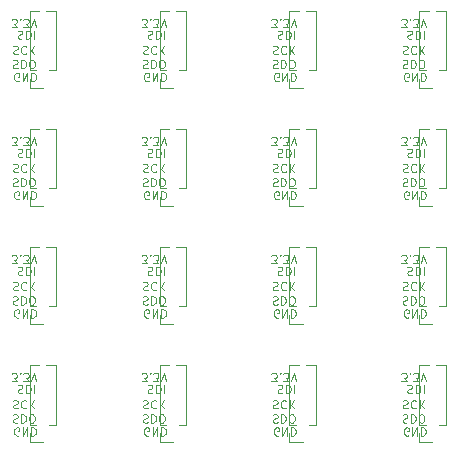
<source format=gbr>
G04 #@! TF.GenerationSoftware,KiCad,Pcbnew,5.1.5-52549c5~84~ubuntu18.04.1*
G04 #@! TF.CreationDate,2020-10-30T11:30:54+01:00*
G04 #@! TF.ProjectId,output.load_cell_panel,6f757470-7574-42e6-9c6f-61645f63656c,rev?*
G04 #@! TF.SameCoordinates,Original*
G04 #@! TF.FileFunction,Legend,Bot*
G04 #@! TF.FilePolarity,Positive*
%FSLAX46Y46*%
G04 Gerber Fmt 4.6, Leading zero omitted, Abs format (unit mm)*
G04 Created by KiCad (PCBNEW 5.1.5-52549c5~84~ubuntu18.04.1) date 2020-10-30 11:30:54*
%MOMM*%
%LPD*%
G04 APERTURE LIST*
%ADD10C,0.125000*%
%ADD11C,0.120000*%
G04 APERTURE END LIST*
D10*
X164483333Y-101416666D02*
X164583333Y-101383333D01*
X164750000Y-101383333D01*
X164816666Y-101416666D01*
X164850000Y-101450000D01*
X164883333Y-101516666D01*
X164883333Y-101583333D01*
X164850000Y-101650000D01*
X164816666Y-101683333D01*
X164750000Y-101716666D01*
X164616666Y-101750000D01*
X164550000Y-101783333D01*
X164516666Y-101816666D01*
X164483333Y-101883333D01*
X164483333Y-101950000D01*
X164516666Y-102016666D01*
X164550000Y-102050000D01*
X164616666Y-102083333D01*
X164783333Y-102083333D01*
X164883333Y-102050000D01*
X165183333Y-101383333D02*
X165183333Y-102083333D01*
X165350000Y-102083333D01*
X165450000Y-102050000D01*
X165516666Y-101983333D01*
X165550000Y-101916666D01*
X165583333Y-101783333D01*
X165583333Y-101683333D01*
X165550000Y-101550000D01*
X165516666Y-101483333D01*
X165450000Y-101416666D01*
X165350000Y-101383333D01*
X165183333Y-101383333D01*
X165883333Y-101383333D02*
X165883333Y-102083333D01*
X153483333Y-101416666D02*
X153583333Y-101383333D01*
X153750000Y-101383333D01*
X153816666Y-101416666D01*
X153850000Y-101450000D01*
X153883333Y-101516666D01*
X153883333Y-101583333D01*
X153850000Y-101650000D01*
X153816666Y-101683333D01*
X153750000Y-101716666D01*
X153616666Y-101750000D01*
X153550000Y-101783333D01*
X153516666Y-101816666D01*
X153483333Y-101883333D01*
X153483333Y-101950000D01*
X153516666Y-102016666D01*
X153550000Y-102050000D01*
X153616666Y-102083333D01*
X153783333Y-102083333D01*
X153883333Y-102050000D01*
X154183333Y-101383333D02*
X154183333Y-102083333D01*
X154350000Y-102083333D01*
X154450000Y-102050000D01*
X154516666Y-101983333D01*
X154550000Y-101916666D01*
X154583333Y-101783333D01*
X154583333Y-101683333D01*
X154550000Y-101550000D01*
X154516666Y-101483333D01*
X154450000Y-101416666D01*
X154350000Y-101383333D01*
X154183333Y-101383333D01*
X154883333Y-101383333D02*
X154883333Y-102083333D01*
X142483333Y-101416666D02*
X142583333Y-101383333D01*
X142750000Y-101383333D01*
X142816666Y-101416666D01*
X142850000Y-101450000D01*
X142883333Y-101516666D01*
X142883333Y-101583333D01*
X142850000Y-101650000D01*
X142816666Y-101683333D01*
X142750000Y-101716666D01*
X142616666Y-101750000D01*
X142550000Y-101783333D01*
X142516666Y-101816666D01*
X142483333Y-101883333D01*
X142483333Y-101950000D01*
X142516666Y-102016666D01*
X142550000Y-102050000D01*
X142616666Y-102083333D01*
X142783333Y-102083333D01*
X142883333Y-102050000D01*
X143183333Y-101383333D02*
X143183333Y-102083333D01*
X143350000Y-102083333D01*
X143450000Y-102050000D01*
X143516666Y-101983333D01*
X143550000Y-101916666D01*
X143583333Y-101783333D01*
X143583333Y-101683333D01*
X143550000Y-101550000D01*
X143516666Y-101483333D01*
X143450000Y-101416666D01*
X143350000Y-101383333D01*
X143183333Y-101383333D01*
X143883333Y-101383333D02*
X143883333Y-102083333D01*
X164483333Y-91416666D02*
X164583333Y-91383333D01*
X164750000Y-91383333D01*
X164816666Y-91416666D01*
X164850000Y-91450000D01*
X164883333Y-91516666D01*
X164883333Y-91583333D01*
X164850000Y-91650000D01*
X164816666Y-91683333D01*
X164750000Y-91716666D01*
X164616666Y-91750000D01*
X164550000Y-91783333D01*
X164516666Y-91816666D01*
X164483333Y-91883333D01*
X164483333Y-91950000D01*
X164516666Y-92016666D01*
X164550000Y-92050000D01*
X164616666Y-92083333D01*
X164783333Y-92083333D01*
X164883333Y-92050000D01*
X165183333Y-91383333D02*
X165183333Y-92083333D01*
X165350000Y-92083333D01*
X165450000Y-92050000D01*
X165516666Y-91983333D01*
X165550000Y-91916666D01*
X165583333Y-91783333D01*
X165583333Y-91683333D01*
X165550000Y-91550000D01*
X165516666Y-91483333D01*
X165450000Y-91416666D01*
X165350000Y-91383333D01*
X165183333Y-91383333D01*
X165883333Y-91383333D02*
X165883333Y-92083333D01*
X153483333Y-91416666D02*
X153583333Y-91383333D01*
X153750000Y-91383333D01*
X153816666Y-91416666D01*
X153850000Y-91450000D01*
X153883333Y-91516666D01*
X153883333Y-91583333D01*
X153850000Y-91650000D01*
X153816666Y-91683333D01*
X153750000Y-91716666D01*
X153616666Y-91750000D01*
X153550000Y-91783333D01*
X153516666Y-91816666D01*
X153483333Y-91883333D01*
X153483333Y-91950000D01*
X153516666Y-92016666D01*
X153550000Y-92050000D01*
X153616666Y-92083333D01*
X153783333Y-92083333D01*
X153883333Y-92050000D01*
X154183333Y-91383333D02*
X154183333Y-92083333D01*
X154350000Y-92083333D01*
X154450000Y-92050000D01*
X154516666Y-91983333D01*
X154550000Y-91916666D01*
X154583333Y-91783333D01*
X154583333Y-91683333D01*
X154550000Y-91550000D01*
X154516666Y-91483333D01*
X154450000Y-91416666D01*
X154350000Y-91383333D01*
X154183333Y-91383333D01*
X154883333Y-91383333D02*
X154883333Y-92083333D01*
X142483333Y-91416666D02*
X142583333Y-91383333D01*
X142750000Y-91383333D01*
X142816666Y-91416666D01*
X142850000Y-91450000D01*
X142883333Y-91516666D01*
X142883333Y-91583333D01*
X142850000Y-91650000D01*
X142816666Y-91683333D01*
X142750000Y-91716666D01*
X142616666Y-91750000D01*
X142550000Y-91783333D01*
X142516666Y-91816666D01*
X142483333Y-91883333D01*
X142483333Y-91950000D01*
X142516666Y-92016666D01*
X142550000Y-92050000D01*
X142616666Y-92083333D01*
X142783333Y-92083333D01*
X142883333Y-92050000D01*
X143183333Y-91383333D02*
X143183333Y-92083333D01*
X143350000Y-92083333D01*
X143450000Y-92050000D01*
X143516666Y-91983333D01*
X143550000Y-91916666D01*
X143583333Y-91783333D01*
X143583333Y-91683333D01*
X143550000Y-91550000D01*
X143516666Y-91483333D01*
X143450000Y-91416666D01*
X143350000Y-91383333D01*
X143183333Y-91383333D01*
X143883333Y-91383333D02*
X143883333Y-92083333D01*
X164483333Y-81416666D02*
X164583333Y-81383333D01*
X164750000Y-81383333D01*
X164816666Y-81416666D01*
X164850000Y-81450000D01*
X164883333Y-81516666D01*
X164883333Y-81583333D01*
X164850000Y-81650000D01*
X164816666Y-81683333D01*
X164750000Y-81716666D01*
X164616666Y-81750000D01*
X164550000Y-81783333D01*
X164516666Y-81816666D01*
X164483333Y-81883333D01*
X164483333Y-81950000D01*
X164516666Y-82016666D01*
X164550000Y-82050000D01*
X164616666Y-82083333D01*
X164783333Y-82083333D01*
X164883333Y-82050000D01*
X165183333Y-81383333D02*
X165183333Y-82083333D01*
X165350000Y-82083333D01*
X165450000Y-82050000D01*
X165516666Y-81983333D01*
X165550000Y-81916666D01*
X165583333Y-81783333D01*
X165583333Y-81683333D01*
X165550000Y-81550000D01*
X165516666Y-81483333D01*
X165450000Y-81416666D01*
X165350000Y-81383333D01*
X165183333Y-81383333D01*
X165883333Y-81383333D02*
X165883333Y-82083333D01*
X153483333Y-81416666D02*
X153583333Y-81383333D01*
X153750000Y-81383333D01*
X153816666Y-81416666D01*
X153850000Y-81450000D01*
X153883333Y-81516666D01*
X153883333Y-81583333D01*
X153850000Y-81650000D01*
X153816666Y-81683333D01*
X153750000Y-81716666D01*
X153616666Y-81750000D01*
X153550000Y-81783333D01*
X153516666Y-81816666D01*
X153483333Y-81883333D01*
X153483333Y-81950000D01*
X153516666Y-82016666D01*
X153550000Y-82050000D01*
X153616666Y-82083333D01*
X153783333Y-82083333D01*
X153883333Y-82050000D01*
X154183333Y-81383333D02*
X154183333Y-82083333D01*
X154350000Y-82083333D01*
X154450000Y-82050000D01*
X154516666Y-81983333D01*
X154550000Y-81916666D01*
X154583333Y-81783333D01*
X154583333Y-81683333D01*
X154550000Y-81550000D01*
X154516666Y-81483333D01*
X154450000Y-81416666D01*
X154350000Y-81383333D01*
X154183333Y-81383333D01*
X154883333Y-81383333D02*
X154883333Y-82083333D01*
X142483333Y-81416666D02*
X142583333Y-81383333D01*
X142750000Y-81383333D01*
X142816666Y-81416666D01*
X142850000Y-81450000D01*
X142883333Y-81516666D01*
X142883333Y-81583333D01*
X142850000Y-81650000D01*
X142816666Y-81683333D01*
X142750000Y-81716666D01*
X142616666Y-81750000D01*
X142550000Y-81783333D01*
X142516666Y-81816666D01*
X142483333Y-81883333D01*
X142483333Y-81950000D01*
X142516666Y-82016666D01*
X142550000Y-82050000D01*
X142616666Y-82083333D01*
X142783333Y-82083333D01*
X142883333Y-82050000D01*
X143183333Y-81383333D02*
X143183333Y-82083333D01*
X143350000Y-82083333D01*
X143450000Y-82050000D01*
X143516666Y-81983333D01*
X143550000Y-81916666D01*
X143583333Y-81783333D01*
X143583333Y-81683333D01*
X143550000Y-81550000D01*
X143516666Y-81483333D01*
X143450000Y-81416666D01*
X143350000Y-81383333D01*
X143183333Y-81383333D01*
X143883333Y-81383333D02*
X143883333Y-82083333D01*
X164483333Y-71416666D02*
X164583333Y-71383333D01*
X164750000Y-71383333D01*
X164816666Y-71416666D01*
X164850000Y-71450000D01*
X164883333Y-71516666D01*
X164883333Y-71583333D01*
X164850000Y-71650000D01*
X164816666Y-71683333D01*
X164750000Y-71716666D01*
X164616666Y-71750000D01*
X164550000Y-71783333D01*
X164516666Y-71816666D01*
X164483333Y-71883333D01*
X164483333Y-71950000D01*
X164516666Y-72016666D01*
X164550000Y-72050000D01*
X164616666Y-72083333D01*
X164783333Y-72083333D01*
X164883333Y-72050000D01*
X165183333Y-71383333D02*
X165183333Y-72083333D01*
X165350000Y-72083333D01*
X165450000Y-72050000D01*
X165516666Y-71983333D01*
X165550000Y-71916666D01*
X165583333Y-71783333D01*
X165583333Y-71683333D01*
X165550000Y-71550000D01*
X165516666Y-71483333D01*
X165450000Y-71416666D01*
X165350000Y-71383333D01*
X165183333Y-71383333D01*
X165883333Y-71383333D02*
X165883333Y-72083333D01*
X153483333Y-71416666D02*
X153583333Y-71383333D01*
X153750000Y-71383333D01*
X153816666Y-71416666D01*
X153850000Y-71450000D01*
X153883333Y-71516666D01*
X153883333Y-71583333D01*
X153850000Y-71650000D01*
X153816666Y-71683333D01*
X153750000Y-71716666D01*
X153616666Y-71750000D01*
X153550000Y-71783333D01*
X153516666Y-71816666D01*
X153483333Y-71883333D01*
X153483333Y-71950000D01*
X153516666Y-72016666D01*
X153550000Y-72050000D01*
X153616666Y-72083333D01*
X153783333Y-72083333D01*
X153883333Y-72050000D01*
X154183333Y-71383333D02*
X154183333Y-72083333D01*
X154350000Y-72083333D01*
X154450000Y-72050000D01*
X154516666Y-71983333D01*
X154550000Y-71916666D01*
X154583333Y-71783333D01*
X154583333Y-71683333D01*
X154550000Y-71550000D01*
X154516666Y-71483333D01*
X154450000Y-71416666D01*
X154350000Y-71383333D01*
X154183333Y-71383333D01*
X154883333Y-71383333D02*
X154883333Y-72083333D01*
X142483333Y-71416666D02*
X142583333Y-71383333D01*
X142750000Y-71383333D01*
X142816666Y-71416666D01*
X142850000Y-71450000D01*
X142883333Y-71516666D01*
X142883333Y-71583333D01*
X142850000Y-71650000D01*
X142816666Y-71683333D01*
X142750000Y-71716666D01*
X142616666Y-71750000D01*
X142550000Y-71783333D01*
X142516666Y-71816666D01*
X142483333Y-71883333D01*
X142483333Y-71950000D01*
X142516666Y-72016666D01*
X142550000Y-72050000D01*
X142616666Y-72083333D01*
X142783333Y-72083333D01*
X142883333Y-72050000D01*
X143183333Y-71383333D02*
X143183333Y-72083333D01*
X143350000Y-72083333D01*
X143450000Y-72050000D01*
X143516666Y-71983333D01*
X143550000Y-71916666D01*
X143583333Y-71783333D01*
X143583333Y-71683333D01*
X143550000Y-71550000D01*
X143516666Y-71483333D01*
X143450000Y-71416666D01*
X143350000Y-71383333D01*
X143183333Y-71383333D01*
X143883333Y-71383333D02*
X143883333Y-72083333D01*
X164566666Y-105650000D02*
X164500000Y-105683333D01*
X164400000Y-105683333D01*
X164300000Y-105650000D01*
X164233333Y-105583333D01*
X164200000Y-105516666D01*
X164166666Y-105383333D01*
X164166666Y-105283333D01*
X164200000Y-105150000D01*
X164233333Y-105083333D01*
X164300000Y-105016666D01*
X164400000Y-104983333D01*
X164466666Y-104983333D01*
X164566666Y-105016666D01*
X164600000Y-105050000D01*
X164600000Y-105283333D01*
X164466666Y-105283333D01*
X164900000Y-104983333D02*
X164900000Y-105683333D01*
X165300000Y-104983333D01*
X165300000Y-105683333D01*
X165633333Y-104983333D02*
X165633333Y-105683333D01*
X165800000Y-105683333D01*
X165900000Y-105650000D01*
X165966666Y-105583333D01*
X166000000Y-105516666D01*
X166033333Y-105383333D01*
X166033333Y-105283333D01*
X166000000Y-105150000D01*
X165966666Y-105083333D01*
X165900000Y-105016666D01*
X165800000Y-104983333D01*
X165633333Y-104983333D01*
X153566666Y-105650000D02*
X153500000Y-105683333D01*
X153400000Y-105683333D01*
X153300000Y-105650000D01*
X153233333Y-105583333D01*
X153200000Y-105516666D01*
X153166666Y-105383333D01*
X153166666Y-105283333D01*
X153200000Y-105150000D01*
X153233333Y-105083333D01*
X153300000Y-105016666D01*
X153400000Y-104983333D01*
X153466666Y-104983333D01*
X153566666Y-105016666D01*
X153600000Y-105050000D01*
X153600000Y-105283333D01*
X153466666Y-105283333D01*
X153900000Y-104983333D02*
X153900000Y-105683333D01*
X154300000Y-104983333D01*
X154300000Y-105683333D01*
X154633333Y-104983333D02*
X154633333Y-105683333D01*
X154800000Y-105683333D01*
X154900000Y-105650000D01*
X154966666Y-105583333D01*
X155000000Y-105516666D01*
X155033333Y-105383333D01*
X155033333Y-105283333D01*
X155000000Y-105150000D01*
X154966666Y-105083333D01*
X154900000Y-105016666D01*
X154800000Y-104983333D01*
X154633333Y-104983333D01*
X142566666Y-105650000D02*
X142500000Y-105683333D01*
X142400000Y-105683333D01*
X142300000Y-105650000D01*
X142233333Y-105583333D01*
X142200000Y-105516666D01*
X142166666Y-105383333D01*
X142166666Y-105283333D01*
X142200000Y-105150000D01*
X142233333Y-105083333D01*
X142300000Y-105016666D01*
X142400000Y-104983333D01*
X142466666Y-104983333D01*
X142566666Y-105016666D01*
X142600000Y-105050000D01*
X142600000Y-105283333D01*
X142466666Y-105283333D01*
X142900000Y-104983333D02*
X142900000Y-105683333D01*
X143300000Y-104983333D01*
X143300000Y-105683333D01*
X143633333Y-104983333D02*
X143633333Y-105683333D01*
X143800000Y-105683333D01*
X143900000Y-105650000D01*
X143966666Y-105583333D01*
X144000000Y-105516666D01*
X144033333Y-105383333D01*
X144033333Y-105283333D01*
X144000000Y-105150000D01*
X143966666Y-105083333D01*
X143900000Y-105016666D01*
X143800000Y-104983333D01*
X143633333Y-104983333D01*
X164566666Y-95650000D02*
X164500000Y-95683333D01*
X164400000Y-95683333D01*
X164300000Y-95650000D01*
X164233333Y-95583333D01*
X164200000Y-95516666D01*
X164166666Y-95383333D01*
X164166666Y-95283333D01*
X164200000Y-95150000D01*
X164233333Y-95083333D01*
X164300000Y-95016666D01*
X164400000Y-94983333D01*
X164466666Y-94983333D01*
X164566666Y-95016666D01*
X164600000Y-95050000D01*
X164600000Y-95283333D01*
X164466666Y-95283333D01*
X164900000Y-94983333D02*
X164900000Y-95683333D01*
X165300000Y-94983333D01*
X165300000Y-95683333D01*
X165633333Y-94983333D02*
X165633333Y-95683333D01*
X165800000Y-95683333D01*
X165900000Y-95650000D01*
X165966666Y-95583333D01*
X166000000Y-95516666D01*
X166033333Y-95383333D01*
X166033333Y-95283333D01*
X166000000Y-95150000D01*
X165966666Y-95083333D01*
X165900000Y-95016666D01*
X165800000Y-94983333D01*
X165633333Y-94983333D01*
X153566666Y-95650000D02*
X153500000Y-95683333D01*
X153400000Y-95683333D01*
X153300000Y-95650000D01*
X153233333Y-95583333D01*
X153200000Y-95516666D01*
X153166666Y-95383333D01*
X153166666Y-95283333D01*
X153200000Y-95150000D01*
X153233333Y-95083333D01*
X153300000Y-95016666D01*
X153400000Y-94983333D01*
X153466666Y-94983333D01*
X153566666Y-95016666D01*
X153600000Y-95050000D01*
X153600000Y-95283333D01*
X153466666Y-95283333D01*
X153900000Y-94983333D02*
X153900000Y-95683333D01*
X154300000Y-94983333D01*
X154300000Y-95683333D01*
X154633333Y-94983333D02*
X154633333Y-95683333D01*
X154800000Y-95683333D01*
X154900000Y-95650000D01*
X154966666Y-95583333D01*
X155000000Y-95516666D01*
X155033333Y-95383333D01*
X155033333Y-95283333D01*
X155000000Y-95150000D01*
X154966666Y-95083333D01*
X154900000Y-95016666D01*
X154800000Y-94983333D01*
X154633333Y-94983333D01*
X142566666Y-95650000D02*
X142500000Y-95683333D01*
X142400000Y-95683333D01*
X142300000Y-95650000D01*
X142233333Y-95583333D01*
X142200000Y-95516666D01*
X142166666Y-95383333D01*
X142166666Y-95283333D01*
X142200000Y-95150000D01*
X142233333Y-95083333D01*
X142300000Y-95016666D01*
X142400000Y-94983333D01*
X142466666Y-94983333D01*
X142566666Y-95016666D01*
X142600000Y-95050000D01*
X142600000Y-95283333D01*
X142466666Y-95283333D01*
X142900000Y-94983333D02*
X142900000Y-95683333D01*
X143300000Y-94983333D01*
X143300000Y-95683333D01*
X143633333Y-94983333D02*
X143633333Y-95683333D01*
X143800000Y-95683333D01*
X143900000Y-95650000D01*
X143966666Y-95583333D01*
X144000000Y-95516666D01*
X144033333Y-95383333D01*
X144033333Y-95283333D01*
X144000000Y-95150000D01*
X143966666Y-95083333D01*
X143900000Y-95016666D01*
X143800000Y-94983333D01*
X143633333Y-94983333D01*
X164566666Y-85650000D02*
X164500000Y-85683333D01*
X164400000Y-85683333D01*
X164300000Y-85650000D01*
X164233333Y-85583333D01*
X164200000Y-85516666D01*
X164166666Y-85383333D01*
X164166666Y-85283333D01*
X164200000Y-85150000D01*
X164233333Y-85083333D01*
X164300000Y-85016666D01*
X164400000Y-84983333D01*
X164466666Y-84983333D01*
X164566666Y-85016666D01*
X164600000Y-85050000D01*
X164600000Y-85283333D01*
X164466666Y-85283333D01*
X164900000Y-84983333D02*
X164900000Y-85683333D01*
X165300000Y-84983333D01*
X165300000Y-85683333D01*
X165633333Y-84983333D02*
X165633333Y-85683333D01*
X165800000Y-85683333D01*
X165900000Y-85650000D01*
X165966666Y-85583333D01*
X166000000Y-85516666D01*
X166033333Y-85383333D01*
X166033333Y-85283333D01*
X166000000Y-85150000D01*
X165966666Y-85083333D01*
X165900000Y-85016666D01*
X165800000Y-84983333D01*
X165633333Y-84983333D01*
X153566666Y-85650000D02*
X153500000Y-85683333D01*
X153400000Y-85683333D01*
X153300000Y-85650000D01*
X153233333Y-85583333D01*
X153200000Y-85516666D01*
X153166666Y-85383333D01*
X153166666Y-85283333D01*
X153200000Y-85150000D01*
X153233333Y-85083333D01*
X153300000Y-85016666D01*
X153400000Y-84983333D01*
X153466666Y-84983333D01*
X153566666Y-85016666D01*
X153600000Y-85050000D01*
X153600000Y-85283333D01*
X153466666Y-85283333D01*
X153900000Y-84983333D02*
X153900000Y-85683333D01*
X154300000Y-84983333D01*
X154300000Y-85683333D01*
X154633333Y-84983333D02*
X154633333Y-85683333D01*
X154800000Y-85683333D01*
X154900000Y-85650000D01*
X154966666Y-85583333D01*
X155000000Y-85516666D01*
X155033333Y-85383333D01*
X155033333Y-85283333D01*
X155000000Y-85150000D01*
X154966666Y-85083333D01*
X154900000Y-85016666D01*
X154800000Y-84983333D01*
X154633333Y-84983333D01*
X142566666Y-85650000D02*
X142500000Y-85683333D01*
X142400000Y-85683333D01*
X142300000Y-85650000D01*
X142233333Y-85583333D01*
X142200000Y-85516666D01*
X142166666Y-85383333D01*
X142166666Y-85283333D01*
X142200000Y-85150000D01*
X142233333Y-85083333D01*
X142300000Y-85016666D01*
X142400000Y-84983333D01*
X142466666Y-84983333D01*
X142566666Y-85016666D01*
X142600000Y-85050000D01*
X142600000Y-85283333D01*
X142466666Y-85283333D01*
X142900000Y-84983333D02*
X142900000Y-85683333D01*
X143300000Y-84983333D01*
X143300000Y-85683333D01*
X143633333Y-84983333D02*
X143633333Y-85683333D01*
X143800000Y-85683333D01*
X143900000Y-85650000D01*
X143966666Y-85583333D01*
X144000000Y-85516666D01*
X144033333Y-85383333D01*
X144033333Y-85283333D01*
X144000000Y-85150000D01*
X143966666Y-85083333D01*
X143900000Y-85016666D01*
X143800000Y-84983333D01*
X143633333Y-84983333D01*
X164566666Y-75650000D02*
X164500000Y-75683333D01*
X164400000Y-75683333D01*
X164300000Y-75650000D01*
X164233333Y-75583333D01*
X164200000Y-75516666D01*
X164166666Y-75383333D01*
X164166666Y-75283333D01*
X164200000Y-75150000D01*
X164233333Y-75083333D01*
X164300000Y-75016666D01*
X164400000Y-74983333D01*
X164466666Y-74983333D01*
X164566666Y-75016666D01*
X164600000Y-75050000D01*
X164600000Y-75283333D01*
X164466666Y-75283333D01*
X164900000Y-74983333D02*
X164900000Y-75683333D01*
X165300000Y-74983333D01*
X165300000Y-75683333D01*
X165633333Y-74983333D02*
X165633333Y-75683333D01*
X165800000Y-75683333D01*
X165900000Y-75650000D01*
X165966666Y-75583333D01*
X166000000Y-75516666D01*
X166033333Y-75383333D01*
X166033333Y-75283333D01*
X166000000Y-75150000D01*
X165966666Y-75083333D01*
X165900000Y-75016666D01*
X165800000Y-74983333D01*
X165633333Y-74983333D01*
X153566666Y-75650000D02*
X153500000Y-75683333D01*
X153400000Y-75683333D01*
X153300000Y-75650000D01*
X153233333Y-75583333D01*
X153200000Y-75516666D01*
X153166666Y-75383333D01*
X153166666Y-75283333D01*
X153200000Y-75150000D01*
X153233333Y-75083333D01*
X153300000Y-75016666D01*
X153400000Y-74983333D01*
X153466666Y-74983333D01*
X153566666Y-75016666D01*
X153600000Y-75050000D01*
X153600000Y-75283333D01*
X153466666Y-75283333D01*
X153900000Y-74983333D02*
X153900000Y-75683333D01*
X154300000Y-74983333D01*
X154300000Y-75683333D01*
X154633333Y-74983333D02*
X154633333Y-75683333D01*
X154800000Y-75683333D01*
X154900000Y-75650000D01*
X154966666Y-75583333D01*
X155000000Y-75516666D01*
X155033333Y-75383333D01*
X155033333Y-75283333D01*
X155000000Y-75150000D01*
X154966666Y-75083333D01*
X154900000Y-75016666D01*
X154800000Y-74983333D01*
X154633333Y-74983333D01*
X142566666Y-75650000D02*
X142500000Y-75683333D01*
X142400000Y-75683333D01*
X142300000Y-75650000D01*
X142233333Y-75583333D01*
X142200000Y-75516666D01*
X142166666Y-75383333D01*
X142166666Y-75283333D01*
X142200000Y-75150000D01*
X142233333Y-75083333D01*
X142300000Y-75016666D01*
X142400000Y-74983333D01*
X142466666Y-74983333D01*
X142566666Y-75016666D01*
X142600000Y-75050000D01*
X142600000Y-75283333D01*
X142466666Y-75283333D01*
X142900000Y-74983333D02*
X142900000Y-75683333D01*
X143300000Y-74983333D01*
X143300000Y-75683333D01*
X143633333Y-74983333D02*
X143633333Y-75683333D01*
X143800000Y-75683333D01*
X143900000Y-75650000D01*
X143966666Y-75583333D01*
X144000000Y-75516666D01*
X144033333Y-75383333D01*
X144033333Y-75283333D01*
X144000000Y-75150000D01*
X143966666Y-75083333D01*
X143900000Y-75016666D01*
X143800000Y-74983333D01*
X143633333Y-74983333D01*
X164100000Y-102716666D02*
X164200000Y-102683333D01*
X164366666Y-102683333D01*
X164433333Y-102716666D01*
X164466666Y-102750000D01*
X164500000Y-102816666D01*
X164500000Y-102883333D01*
X164466666Y-102950000D01*
X164433333Y-102983333D01*
X164366666Y-103016666D01*
X164233333Y-103050000D01*
X164166666Y-103083333D01*
X164133333Y-103116666D01*
X164100000Y-103183333D01*
X164100000Y-103250000D01*
X164133333Y-103316666D01*
X164166666Y-103350000D01*
X164233333Y-103383333D01*
X164400000Y-103383333D01*
X164500000Y-103350000D01*
X165200000Y-102750000D02*
X165166666Y-102716666D01*
X165066666Y-102683333D01*
X165000000Y-102683333D01*
X164900000Y-102716666D01*
X164833333Y-102783333D01*
X164800000Y-102850000D01*
X164766666Y-102983333D01*
X164766666Y-103083333D01*
X164800000Y-103216666D01*
X164833333Y-103283333D01*
X164900000Y-103350000D01*
X165000000Y-103383333D01*
X165066666Y-103383333D01*
X165166666Y-103350000D01*
X165200000Y-103316666D01*
X165500000Y-102683333D02*
X165500000Y-103383333D01*
X165900000Y-102683333D02*
X165600000Y-103083333D01*
X165900000Y-103383333D02*
X165500000Y-102983333D01*
X153100000Y-102716666D02*
X153200000Y-102683333D01*
X153366666Y-102683333D01*
X153433333Y-102716666D01*
X153466666Y-102750000D01*
X153500000Y-102816666D01*
X153500000Y-102883333D01*
X153466666Y-102950000D01*
X153433333Y-102983333D01*
X153366666Y-103016666D01*
X153233333Y-103050000D01*
X153166666Y-103083333D01*
X153133333Y-103116666D01*
X153100000Y-103183333D01*
X153100000Y-103250000D01*
X153133333Y-103316666D01*
X153166666Y-103350000D01*
X153233333Y-103383333D01*
X153400000Y-103383333D01*
X153500000Y-103350000D01*
X154200000Y-102750000D02*
X154166666Y-102716666D01*
X154066666Y-102683333D01*
X154000000Y-102683333D01*
X153900000Y-102716666D01*
X153833333Y-102783333D01*
X153800000Y-102850000D01*
X153766666Y-102983333D01*
X153766666Y-103083333D01*
X153800000Y-103216666D01*
X153833333Y-103283333D01*
X153900000Y-103350000D01*
X154000000Y-103383333D01*
X154066666Y-103383333D01*
X154166666Y-103350000D01*
X154200000Y-103316666D01*
X154500000Y-102683333D02*
X154500000Y-103383333D01*
X154900000Y-102683333D02*
X154600000Y-103083333D01*
X154900000Y-103383333D02*
X154500000Y-102983333D01*
X142100000Y-102716666D02*
X142200000Y-102683333D01*
X142366666Y-102683333D01*
X142433333Y-102716666D01*
X142466666Y-102750000D01*
X142500000Y-102816666D01*
X142500000Y-102883333D01*
X142466666Y-102950000D01*
X142433333Y-102983333D01*
X142366666Y-103016666D01*
X142233333Y-103050000D01*
X142166666Y-103083333D01*
X142133333Y-103116666D01*
X142100000Y-103183333D01*
X142100000Y-103250000D01*
X142133333Y-103316666D01*
X142166666Y-103350000D01*
X142233333Y-103383333D01*
X142400000Y-103383333D01*
X142500000Y-103350000D01*
X143200000Y-102750000D02*
X143166666Y-102716666D01*
X143066666Y-102683333D01*
X143000000Y-102683333D01*
X142900000Y-102716666D01*
X142833333Y-102783333D01*
X142800000Y-102850000D01*
X142766666Y-102983333D01*
X142766666Y-103083333D01*
X142800000Y-103216666D01*
X142833333Y-103283333D01*
X142900000Y-103350000D01*
X143000000Y-103383333D01*
X143066666Y-103383333D01*
X143166666Y-103350000D01*
X143200000Y-103316666D01*
X143500000Y-102683333D02*
X143500000Y-103383333D01*
X143900000Y-102683333D02*
X143600000Y-103083333D01*
X143900000Y-103383333D02*
X143500000Y-102983333D01*
X164100000Y-92716666D02*
X164200000Y-92683333D01*
X164366666Y-92683333D01*
X164433333Y-92716666D01*
X164466666Y-92750000D01*
X164500000Y-92816666D01*
X164500000Y-92883333D01*
X164466666Y-92950000D01*
X164433333Y-92983333D01*
X164366666Y-93016666D01*
X164233333Y-93050000D01*
X164166666Y-93083333D01*
X164133333Y-93116666D01*
X164100000Y-93183333D01*
X164100000Y-93250000D01*
X164133333Y-93316666D01*
X164166666Y-93350000D01*
X164233333Y-93383333D01*
X164400000Y-93383333D01*
X164500000Y-93350000D01*
X165200000Y-92750000D02*
X165166666Y-92716666D01*
X165066666Y-92683333D01*
X165000000Y-92683333D01*
X164900000Y-92716666D01*
X164833333Y-92783333D01*
X164800000Y-92850000D01*
X164766666Y-92983333D01*
X164766666Y-93083333D01*
X164800000Y-93216666D01*
X164833333Y-93283333D01*
X164900000Y-93350000D01*
X165000000Y-93383333D01*
X165066666Y-93383333D01*
X165166666Y-93350000D01*
X165200000Y-93316666D01*
X165500000Y-92683333D02*
X165500000Y-93383333D01*
X165900000Y-92683333D02*
X165600000Y-93083333D01*
X165900000Y-93383333D02*
X165500000Y-92983333D01*
X153100000Y-92716666D02*
X153200000Y-92683333D01*
X153366666Y-92683333D01*
X153433333Y-92716666D01*
X153466666Y-92750000D01*
X153500000Y-92816666D01*
X153500000Y-92883333D01*
X153466666Y-92950000D01*
X153433333Y-92983333D01*
X153366666Y-93016666D01*
X153233333Y-93050000D01*
X153166666Y-93083333D01*
X153133333Y-93116666D01*
X153100000Y-93183333D01*
X153100000Y-93250000D01*
X153133333Y-93316666D01*
X153166666Y-93350000D01*
X153233333Y-93383333D01*
X153400000Y-93383333D01*
X153500000Y-93350000D01*
X154200000Y-92750000D02*
X154166666Y-92716666D01*
X154066666Y-92683333D01*
X154000000Y-92683333D01*
X153900000Y-92716666D01*
X153833333Y-92783333D01*
X153800000Y-92850000D01*
X153766666Y-92983333D01*
X153766666Y-93083333D01*
X153800000Y-93216666D01*
X153833333Y-93283333D01*
X153900000Y-93350000D01*
X154000000Y-93383333D01*
X154066666Y-93383333D01*
X154166666Y-93350000D01*
X154200000Y-93316666D01*
X154500000Y-92683333D02*
X154500000Y-93383333D01*
X154900000Y-92683333D02*
X154600000Y-93083333D01*
X154900000Y-93383333D02*
X154500000Y-92983333D01*
X142100000Y-92716666D02*
X142200000Y-92683333D01*
X142366666Y-92683333D01*
X142433333Y-92716666D01*
X142466666Y-92750000D01*
X142500000Y-92816666D01*
X142500000Y-92883333D01*
X142466666Y-92950000D01*
X142433333Y-92983333D01*
X142366666Y-93016666D01*
X142233333Y-93050000D01*
X142166666Y-93083333D01*
X142133333Y-93116666D01*
X142100000Y-93183333D01*
X142100000Y-93250000D01*
X142133333Y-93316666D01*
X142166666Y-93350000D01*
X142233333Y-93383333D01*
X142400000Y-93383333D01*
X142500000Y-93350000D01*
X143200000Y-92750000D02*
X143166666Y-92716666D01*
X143066666Y-92683333D01*
X143000000Y-92683333D01*
X142900000Y-92716666D01*
X142833333Y-92783333D01*
X142800000Y-92850000D01*
X142766666Y-92983333D01*
X142766666Y-93083333D01*
X142800000Y-93216666D01*
X142833333Y-93283333D01*
X142900000Y-93350000D01*
X143000000Y-93383333D01*
X143066666Y-93383333D01*
X143166666Y-93350000D01*
X143200000Y-93316666D01*
X143500000Y-92683333D02*
X143500000Y-93383333D01*
X143900000Y-92683333D02*
X143600000Y-93083333D01*
X143900000Y-93383333D02*
X143500000Y-92983333D01*
X164100000Y-82716666D02*
X164200000Y-82683333D01*
X164366666Y-82683333D01*
X164433333Y-82716666D01*
X164466666Y-82750000D01*
X164500000Y-82816666D01*
X164500000Y-82883333D01*
X164466666Y-82950000D01*
X164433333Y-82983333D01*
X164366666Y-83016666D01*
X164233333Y-83050000D01*
X164166666Y-83083333D01*
X164133333Y-83116666D01*
X164100000Y-83183333D01*
X164100000Y-83250000D01*
X164133333Y-83316666D01*
X164166666Y-83350000D01*
X164233333Y-83383333D01*
X164400000Y-83383333D01*
X164500000Y-83350000D01*
X165200000Y-82750000D02*
X165166666Y-82716666D01*
X165066666Y-82683333D01*
X165000000Y-82683333D01*
X164900000Y-82716666D01*
X164833333Y-82783333D01*
X164800000Y-82850000D01*
X164766666Y-82983333D01*
X164766666Y-83083333D01*
X164800000Y-83216666D01*
X164833333Y-83283333D01*
X164900000Y-83350000D01*
X165000000Y-83383333D01*
X165066666Y-83383333D01*
X165166666Y-83350000D01*
X165200000Y-83316666D01*
X165500000Y-82683333D02*
X165500000Y-83383333D01*
X165900000Y-82683333D02*
X165600000Y-83083333D01*
X165900000Y-83383333D02*
X165500000Y-82983333D01*
X153100000Y-82716666D02*
X153200000Y-82683333D01*
X153366666Y-82683333D01*
X153433333Y-82716666D01*
X153466666Y-82750000D01*
X153500000Y-82816666D01*
X153500000Y-82883333D01*
X153466666Y-82950000D01*
X153433333Y-82983333D01*
X153366666Y-83016666D01*
X153233333Y-83050000D01*
X153166666Y-83083333D01*
X153133333Y-83116666D01*
X153100000Y-83183333D01*
X153100000Y-83250000D01*
X153133333Y-83316666D01*
X153166666Y-83350000D01*
X153233333Y-83383333D01*
X153400000Y-83383333D01*
X153500000Y-83350000D01*
X154200000Y-82750000D02*
X154166666Y-82716666D01*
X154066666Y-82683333D01*
X154000000Y-82683333D01*
X153900000Y-82716666D01*
X153833333Y-82783333D01*
X153800000Y-82850000D01*
X153766666Y-82983333D01*
X153766666Y-83083333D01*
X153800000Y-83216666D01*
X153833333Y-83283333D01*
X153900000Y-83350000D01*
X154000000Y-83383333D01*
X154066666Y-83383333D01*
X154166666Y-83350000D01*
X154200000Y-83316666D01*
X154500000Y-82683333D02*
X154500000Y-83383333D01*
X154900000Y-82683333D02*
X154600000Y-83083333D01*
X154900000Y-83383333D02*
X154500000Y-82983333D01*
X142100000Y-82716666D02*
X142200000Y-82683333D01*
X142366666Y-82683333D01*
X142433333Y-82716666D01*
X142466666Y-82750000D01*
X142500000Y-82816666D01*
X142500000Y-82883333D01*
X142466666Y-82950000D01*
X142433333Y-82983333D01*
X142366666Y-83016666D01*
X142233333Y-83050000D01*
X142166666Y-83083333D01*
X142133333Y-83116666D01*
X142100000Y-83183333D01*
X142100000Y-83250000D01*
X142133333Y-83316666D01*
X142166666Y-83350000D01*
X142233333Y-83383333D01*
X142400000Y-83383333D01*
X142500000Y-83350000D01*
X143200000Y-82750000D02*
X143166666Y-82716666D01*
X143066666Y-82683333D01*
X143000000Y-82683333D01*
X142900000Y-82716666D01*
X142833333Y-82783333D01*
X142800000Y-82850000D01*
X142766666Y-82983333D01*
X142766666Y-83083333D01*
X142800000Y-83216666D01*
X142833333Y-83283333D01*
X142900000Y-83350000D01*
X143000000Y-83383333D01*
X143066666Y-83383333D01*
X143166666Y-83350000D01*
X143200000Y-83316666D01*
X143500000Y-82683333D02*
X143500000Y-83383333D01*
X143900000Y-82683333D02*
X143600000Y-83083333D01*
X143900000Y-83383333D02*
X143500000Y-82983333D01*
X164100000Y-72716666D02*
X164200000Y-72683333D01*
X164366666Y-72683333D01*
X164433333Y-72716666D01*
X164466666Y-72750000D01*
X164500000Y-72816666D01*
X164500000Y-72883333D01*
X164466666Y-72950000D01*
X164433333Y-72983333D01*
X164366666Y-73016666D01*
X164233333Y-73050000D01*
X164166666Y-73083333D01*
X164133333Y-73116666D01*
X164100000Y-73183333D01*
X164100000Y-73250000D01*
X164133333Y-73316666D01*
X164166666Y-73350000D01*
X164233333Y-73383333D01*
X164400000Y-73383333D01*
X164500000Y-73350000D01*
X165200000Y-72750000D02*
X165166666Y-72716666D01*
X165066666Y-72683333D01*
X165000000Y-72683333D01*
X164900000Y-72716666D01*
X164833333Y-72783333D01*
X164800000Y-72850000D01*
X164766666Y-72983333D01*
X164766666Y-73083333D01*
X164800000Y-73216666D01*
X164833333Y-73283333D01*
X164900000Y-73350000D01*
X165000000Y-73383333D01*
X165066666Y-73383333D01*
X165166666Y-73350000D01*
X165200000Y-73316666D01*
X165500000Y-72683333D02*
X165500000Y-73383333D01*
X165900000Y-72683333D02*
X165600000Y-73083333D01*
X165900000Y-73383333D02*
X165500000Y-72983333D01*
X153100000Y-72716666D02*
X153200000Y-72683333D01*
X153366666Y-72683333D01*
X153433333Y-72716666D01*
X153466666Y-72750000D01*
X153500000Y-72816666D01*
X153500000Y-72883333D01*
X153466666Y-72950000D01*
X153433333Y-72983333D01*
X153366666Y-73016666D01*
X153233333Y-73050000D01*
X153166666Y-73083333D01*
X153133333Y-73116666D01*
X153100000Y-73183333D01*
X153100000Y-73250000D01*
X153133333Y-73316666D01*
X153166666Y-73350000D01*
X153233333Y-73383333D01*
X153400000Y-73383333D01*
X153500000Y-73350000D01*
X154200000Y-72750000D02*
X154166666Y-72716666D01*
X154066666Y-72683333D01*
X154000000Y-72683333D01*
X153900000Y-72716666D01*
X153833333Y-72783333D01*
X153800000Y-72850000D01*
X153766666Y-72983333D01*
X153766666Y-73083333D01*
X153800000Y-73216666D01*
X153833333Y-73283333D01*
X153900000Y-73350000D01*
X154000000Y-73383333D01*
X154066666Y-73383333D01*
X154166666Y-73350000D01*
X154200000Y-73316666D01*
X154500000Y-72683333D02*
X154500000Y-73383333D01*
X154900000Y-72683333D02*
X154600000Y-73083333D01*
X154900000Y-73383333D02*
X154500000Y-72983333D01*
X142100000Y-72716666D02*
X142200000Y-72683333D01*
X142366666Y-72683333D01*
X142433333Y-72716666D01*
X142466666Y-72750000D01*
X142500000Y-72816666D01*
X142500000Y-72883333D01*
X142466666Y-72950000D01*
X142433333Y-72983333D01*
X142366666Y-73016666D01*
X142233333Y-73050000D01*
X142166666Y-73083333D01*
X142133333Y-73116666D01*
X142100000Y-73183333D01*
X142100000Y-73250000D01*
X142133333Y-73316666D01*
X142166666Y-73350000D01*
X142233333Y-73383333D01*
X142400000Y-73383333D01*
X142500000Y-73350000D01*
X143200000Y-72750000D02*
X143166666Y-72716666D01*
X143066666Y-72683333D01*
X143000000Y-72683333D01*
X142900000Y-72716666D01*
X142833333Y-72783333D01*
X142800000Y-72850000D01*
X142766666Y-72983333D01*
X142766666Y-73083333D01*
X142800000Y-73216666D01*
X142833333Y-73283333D01*
X142900000Y-73350000D01*
X143000000Y-73383333D01*
X143066666Y-73383333D01*
X143166666Y-73350000D01*
X143200000Y-73316666D01*
X143500000Y-72683333D02*
X143500000Y-73383333D01*
X143900000Y-72683333D02*
X143600000Y-73083333D01*
X143900000Y-73383333D02*
X143500000Y-72983333D01*
X163966666Y-101083333D02*
X164400000Y-101083333D01*
X164166666Y-100816666D01*
X164266666Y-100816666D01*
X164333333Y-100783333D01*
X164366666Y-100750000D01*
X164400000Y-100683333D01*
X164400000Y-100516666D01*
X164366666Y-100450000D01*
X164333333Y-100416666D01*
X164266666Y-100383333D01*
X164066666Y-100383333D01*
X164000000Y-100416666D01*
X163966666Y-100450000D01*
X164700000Y-100450000D02*
X164733333Y-100416666D01*
X164700000Y-100383333D01*
X164666666Y-100416666D01*
X164700000Y-100450000D01*
X164700000Y-100383333D01*
X164966666Y-101083333D02*
X165400000Y-101083333D01*
X165166666Y-100816666D01*
X165266666Y-100816666D01*
X165333333Y-100783333D01*
X165366666Y-100750000D01*
X165400000Y-100683333D01*
X165400000Y-100516666D01*
X165366666Y-100450000D01*
X165333333Y-100416666D01*
X165266666Y-100383333D01*
X165066666Y-100383333D01*
X165000000Y-100416666D01*
X164966666Y-100450000D01*
X165600000Y-101083333D02*
X165833333Y-100383333D01*
X166066666Y-101083333D01*
X152966666Y-101083333D02*
X153400000Y-101083333D01*
X153166666Y-100816666D01*
X153266666Y-100816666D01*
X153333333Y-100783333D01*
X153366666Y-100750000D01*
X153400000Y-100683333D01*
X153400000Y-100516666D01*
X153366666Y-100450000D01*
X153333333Y-100416666D01*
X153266666Y-100383333D01*
X153066666Y-100383333D01*
X153000000Y-100416666D01*
X152966666Y-100450000D01*
X153700000Y-100450000D02*
X153733333Y-100416666D01*
X153700000Y-100383333D01*
X153666666Y-100416666D01*
X153700000Y-100450000D01*
X153700000Y-100383333D01*
X153966666Y-101083333D02*
X154400000Y-101083333D01*
X154166666Y-100816666D01*
X154266666Y-100816666D01*
X154333333Y-100783333D01*
X154366666Y-100750000D01*
X154400000Y-100683333D01*
X154400000Y-100516666D01*
X154366666Y-100450000D01*
X154333333Y-100416666D01*
X154266666Y-100383333D01*
X154066666Y-100383333D01*
X154000000Y-100416666D01*
X153966666Y-100450000D01*
X154600000Y-101083333D02*
X154833333Y-100383333D01*
X155066666Y-101083333D01*
X141966666Y-101083333D02*
X142400000Y-101083333D01*
X142166666Y-100816666D01*
X142266666Y-100816666D01*
X142333333Y-100783333D01*
X142366666Y-100750000D01*
X142400000Y-100683333D01*
X142400000Y-100516666D01*
X142366666Y-100450000D01*
X142333333Y-100416666D01*
X142266666Y-100383333D01*
X142066666Y-100383333D01*
X142000000Y-100416666D01*
X141966666Y-100450000D01*
X142700000Y-100450000D02*
X142733333Y-100416666D01*
X142700000Y-100383333D01*
X142666666Y-100416666D01*
X142700000Y-100450000D01*
X142700000Y-100383333D01*
X142966666Y-101083333D02*
X143400000Y-101083333D01*
X143166666Y-100816666D01*
X143266666Y-100816666D01*
X143333333Y-100783333D01*
X143366666Y-100750000D01*
X143400000Y-100683333D01*
X143400000Y-100516666D01*
X143366666Y-100450000D01*
X143333333Y-100416666D01*
X143266666Y-100383333D01*
X143066666Y-100383333D01*
X143000000Y-100416666D01*
X142966666Y-100450000D01*
X143600000Y-101083333D02*
X143833333Y-100383333D01*
X144066666Y-101083333D01*
X163966666Y-91083333D02*
X164400000Y-91083333D01*
X164166666Y-90816666D01*
X164266666Y-90816666D01*
X164333333Y-90783333D01*
X164366666Y-90750000D01*
X164400000Y-90683333D01*
X164400000Y-90516666D01*
X164366666Y-90450000D01*
X164333333Y-90416666D01*
X164266666Y-90383333D01*
X164066666Y-90383333D01*
X164000000Y-90416666D01*
X163966666Y-90450000D01*
X164700000Y-90450000D02*
X164733333Y-90416666D01*
X164700000Y-90383333D01*
X164666666Y-90416666D01*
X164700000Y-90450000D01*
X164700000Y-90383333D01*
X164966666Y-91083333D02*
X165400000Y-91083333D01*
X165166666Y-90816666D01*
X165266666Y-90816666D01*
X165333333Y-90783333D01*
X165366666Y-90750000D01*
X165400000Y-90683333D01*
X165400000Y-90516666D01*
X165366666Y-90450000D01*
X165333333Y-90416666D01*
X165266666Y-90383333D01*
X165066666Y-90383333D01*
X165000000Y-90416666D01*
X164966666Y-90450000D01*
X165600000Y-91083333D02*
X165833333Y-90383333D01*
X166066666Y-91083333D01*
X152966666Y-91083333D02*
X153400000Y-91083333D01*
X153166666Y-90816666D01*
X153266666Y-90816666D01*
X153333333Y-90783333D01*
X153366666Y-90750000D01*
X153400000Y-90683333D01*
X153400000Y-90516666D01*
X153366666Y-90450000D01*
X153333333Y-90416666D01*
X153266666Y-90383333D01*
X153066666Y-90383333D01*
X153000000Y-90416666D01*
X152966666Y-90450000D01*
X153700000Y-90450000D02*
X153733333Y-90416666D01*
X153700000Y-90383333D01*
X153666666Y-90416666D01*
X153700000Y-90450000D01*
X153700000Y-90383333D01*
X153966666Y-91083333D02*
X154400000Y-91083333D01*
X154166666Y-90816666D01*
X154266666Y-90816666D01*
X154333333Y-90783333D01*
X154366666Y-90750000D01*
X154400000Y-90683333D01*
X154400000Y-90516666D01*
X154366666Y-90450000D01*
X154333333Y-90416666D01*
X154266666Y-90383333D01*
X154066666Y-90383333D01*
X154000000Y-90416666D01*
X153966666Y-90450000D01*
X154600000Y-91083333D02*
X154833333Y-90383333D01*
X155066666Y-91083333D01*
X141966666Y-91083333D02*
X142400000Y-91083333D01*
X142166666Y-90816666D01*
X142266666Y-90816666D01*
X142333333Y-90783333D01*
X142366666Y-90750000D01*
X142400000Y-90683333D01*
X142400000Y-90516666D01*
X142366666Y-90450000D01*
X142333333Y-90416666D01*
X142266666Y-90383333D01*
X142066666Y-90383333D01*
X142000000Y-90416666D01*
X141966666Y-90450000D01*
X142700000Y-90450000D02*
X142733333Y-90416666D01*
X142700000Y-90383333D01*
X142666666Y-90416666D01*
X142700000Y-90450000D01*
X142700000Y-90383333D01*
X142966666Y-91083333D02*
X143400000Y-91083333D01*
X143166666Y-90816666D01*
X143266666Y-90816666D01*
X143333333Y-90783333D01*
X143366666Y-90750000D01*
X143400000Y-90683333D01*
X143400000Y-90516666D01*
X143366666Y-90450000D01*
X143333333Y-90416666D01*
X143266666Y-90383333D01*
X143066666Y-90383333D01*
X143000000Y-90416666D01*
X142966666Y-90450000D01*
X143600000Y-91083333D02*
X143833333Y-90383333D01*
X144066666Y-91083333D01*
X163966666Y-81083333D02*
X164400000Y-81083333D01*
X164166666Y-80816666D01*
X164266666Y-80816666D01*
X164333333Y-80783333D01*
X164366666Y-80750000D01*
X164400000Y-80683333D01*
X164400000Y-80516666D01*
X164366666Y-80450000D01*
X164333333Y-80416666D01*
X164266666Y-80383333D01*
X164066666Y-80383333D01*
X164000000Y-80416666D01*
X163966666Y-80450000D01*
X164700000Y-80450000D02*
X164733333Y-80416666D01*
X164700000Y-80383333D01*
X164666666Y-80416666D01*
X164700000Y-80450000D01*
X164700000Y-80383333D01*
X164966666Y-81083333D02*
X165400000Y-81083333D01*
X165166666Y-80816666D01*
X165266666Y-80816666D01*
X165333333Y-80783333D01*
X165366666Y-80750000D01*
X165400000Y-80683333D01*
X165400000Y-80516666D01*
X165366666Y-80450000D01*
X165333333Y-80416666D01*
X165266666Y-80383333D01*
X165066666Y-80383333D01*
X165000000Y-80416666D01*
X164966666Y-80450000D01*
X165600000Y-81083333D02*
X165833333Y-80383333D01*
X166066666Y-81083333D01*
X152966666Y-81083333D02*
X153400000Y-81083333D01*
X153166666Y-80816666D01*
X153266666Y-80816666D01*
X153333333Y-80783333D01*
X153366666Y-80750000D01*
X153400000Y-80683333D01*
X153400000Y-80516666D01*
X153366666Y-80450000D01*
X153333333Y-80416666D01*
X153266666Y-80383333D01*
X153066666Y-80383333D01*
X153000000Y-80416666D01*
X152966666Y-80450000D01*
X153700000Y-80450000D02*
X153733333Y-80416666D01*
X153700000Y-80383333D01*
X153666666Y-80416666D01*
X153700000Y-80450000D01*
X153700000Y-80383333D01*
X153966666Y-81083333D02*
X154400000Y-81083333D01*
X154166666Y-80816666D01*
X154266666Y-80816666D01*
X154333333Y-80783333D01*
X154366666Y-80750000D01*
X154400000Y-80683333D01*
X154400000Y-80516666D01*
X154366666Y-80450000D01*
X154333333Y-80416666D01*
X154266666Y-80383333D01*
X154066666Y-80383333D01*
X154000000Y-80416666D01*
X153966666Y-80450000D01*
X154600000Y-81083333D02*
X154833333Y-80383333D01*
X155066666Y-81083333D01*
X141966666Y-81083333D02*
X142400000Y-81083333D01*
X142166666Y-80816666D01*
X142266666Y-80816666D01*
X142333333Y-80783333D01*
X142366666Y-80750000D01*
X142400000Y-80683333D01*
X142400000Y-80516666D01*
X142366666Y-80450000D01*
X142333333Y-80416666D01*
X142266666Y-80383333D01*
X142066666Y-80383333D01*
X142000000Y-80416666D01*
X141966666Y-80450000D01*
X142700000Y-80450000D02*
X142733333Y-80416666D01*
X142700000Y-80383333D01*
X142666666Y-80416666D01*
X142700000Y-80450000D01*
X142700000Y-80383333D01*
X142966666Y-81083333D02*
X143400000Y-81083333D01*
X143166666Y-80816666D01*
X143266666Y-80816666D01*
X143333333Y-80783333D01*
X143366666Y-80750000D01*
X143400000Y-80683333D01*
X143400000Y-80516666D01*
X143366666Y-80450000D01*
X143333333Y-80416666D01*
X143266666Y-80383333D01*
X143066666Y-80383333D01*
X143000000Y-80416666D01*
X142966666Y-80450000D01*
X143600000Y-81083333D02*
X143833333Y-80383333D01*
X144066666Y-81083333D01*
X163966666Y-71083333D02*
X164400000Y-71083333D01*
X164166666Y-70816666D01*
X164266666Y-70816666D01*
X164333333Y-70783333D01*
X164366666Y-70750000D01*
X164400000Y-70683333D01*
X164400000Y-70516666D01*
X164366666Y-70450000D01*
X164333333Y-70416666D01*
X164266666Y-70383333D01*
X164066666Y-70383333D01*
X164000000Y-70416666D01*
X163966666Y-70450000D01*
X164700000Y-70450000D02*
X164733333Y-70416666D01*
X164700000Y-70383333D01*
X164666666Y-70416666D01*
X164700000Y-70450000D01*
X164700000Y-70383333D01*
X164966666Y-71083333D02*
X165400000Y-71083333D01*
X165166666Y-70816666D01*
X165266666Y-70816666D01*
X165333333Y-70783333D01*
X165366666Y-70750000D01*
X165400000Y-70683333D01*
X165400000Y-70516666D01*
X165366666Y-70450000D01*
X165333333Y-70416666D01*
X165266666Y-70383333D01*
X165066666Y-70383333D01*
X165000000Y-70416666D01*
X164966666Y-70450000D01*
X165600000Y-71083333D02*
X165833333Y-70383333D01*
X166066666Y-71083333D01*
X152966666Y-71083333D02*
X153400000Y-71083333D01*
X153166666Y-70816666D01*
X153266666Y-70816666D01*
X153333333Y-70783333D01*
X153366666Y-70750000D01*
X153400000Y-70683333D01*
X153400000Y-70516666D01*
X153366666Y-70450000D01*
X153333333Y-70416666D01*
X153266666Y-70383333D01*
X153066666Y-70383333D01*
X153000000Y-70416666D01*
X152966666Y-70450000D01*
X153700000Y-70450000D02*
X153733333Y-70416666D01*
X153700000Y-70383333D01*
X153666666Y-70416666D01*
X153700000Y-70450000D01*
X153700000Y-70383333D01*
X153966666Y-71083333D02*
X154400000Y-71083333D01*
X154166666Y-70816666D01*
X154266666Y-70816666D01*
X154333333Y-70783333D01*
X154366666Y-70750000D01*
X154400000Y-70683333D01*
X154400000Y-70516666D01*
X154366666Y-70450000D01*
X154333333Y-70416666D01*
X154266666Y-70383333D01*
X154066666Y-70383333D01*
X154000000Y-70416666D01*
X153966666Y-70450000D01*
X154600000Y-71083333D02*
X154833333Y-70383333D01*
X155066666Y-71083333D01*
X141966666Y-71083333D02*
X142400000Y-71083333D01*
X142166666Y-70816666D01*
X142266666Y-70816666D01*
X142333333Y-70783333D01*
X142366666Y-70750000D01*
X142400000Y-70683333D01*
X142400000Y-70516666D01*
X142366666Y-70450000D01*
X142333333Y-70416666D01*
X142266666Y-70383333D01*
X142066666Y-70383333D01*
X142000000Y-70416666D01*
X141966666Y-70450000D01*
X142700000Y-70450000D02*
X142733333Y-70416666D01*
X142700000Y-70383333D01*
X142666666Y-70416666D01*
X142700000Y-70450000D01*
X142700000Y-70383333D01*
X142966666Y-71083333D02*
X143400000Y-71083333D01*
X143166666Y-70816666D01*
X143266666Y-70816666D01*
X143333333Y-70783333D01*
X143366666Y-70750000D01*
X143400000Y-70683333D01*
X143400000Y-70516666D01*
X143366666Y-70450000D01*
X143333333Y-70416666D01*
X143266666Y-70383333D01*
X143066666Y-70383333D01*
X143000000Y-70416666D01*
X142966666Y-70450000D01*
X143600000Y-71083333D02*
X143833333Y-70383333D01*
X144066666Y-71083333D01*
X164083333Y-103916666D02*
X164183333Y-103883333D01*
X164350000Y-103883333D01*
X164416666Y-103916666D01*
X164450000Y-103950000D01*
X164483333Y-104016666D01*
X164483333Y-104083333D01*
X164450000Y-104150000D01*
X164416666Y-104183333D01*
X164350000Y-104216666D01*
X164216666Y-104250000D01*
X164150000Y-104283333D01*
X164116666Y-104316666D01*
X164083333Y-104383333D01*
X164083333Y-104450000D01*
X164116666Y-104516666D01*
X164150000Y-104550000D01*
X164216666Y-104583333D01*
X164383333Y-104583333D01*
X164483333Y-104550000D01*
X164783333Y-103883333D02*
X164783333Y-104583333D01*
X164950000Y-104583333D01*
X165050000Y-104550000D01*
X165116666Y-104483333D01*
X165150000Y-104416666D01*
X165183333Y-104283333D01*
X165183333Y-104183333D01*
X165150000Y-104050000D01*
X165116666Y-103983333D01*
X165050000Y-103916666D01*
X164950000Y-103883333D01*
X164783333Y-103883333D01*
X165616666Y-104583333D02*
X165750000Y-104583333D01*
X165816666Y-104550000D01*
X165883333Y-104483333D01*
X165916666Y-104350000D01*
X165916666Y-104116666D01*
X165883333Y-103983333D01*
X165816666Y-103916666D01*
X165750000Y-103883333D01*
X165616666Y-103883333D01*
X165550000Y-103916666D01*
X165483333Y-103983333D01*
X165450000Y-104116666D01*
X165450000Y-104350000D01*
X165483333Y-104483333D01*
X165550000Y-104550000D01*
X165616666Y-104583333D01*
X153083333Y-103916666D02*
X153183333Y-103883333D01*
X153350000Y-103883333D01*
X153416666Y-103916666D01*
X153450000Y-103950000D01*
X153483333Y-104016666D01*
X153483333Y-104083333D01*
X153450000Y-104150000D01*
X153416666Y-104183333D01*
X153350000Y-104216666D01*
X153216666Y-104250000D01*
X153150000Y-104283333D01*
X153116666Y-104316666D01*
X153083333Y-104383333D01*
X153083333Y-104450000D01*
X153116666Y-104516666D01*
X153150000Y-104550000D01*
X153216666Y-104583333D01*
X153383333Y-104583333D01*
X153483333Y-104550000D01*
X153783333Y-103883333D02*
X153783333Y-104583333D01*
X153950000Y-104583333D01*
X154050000Y-104550000D01*
X154116666Y-104483333D01*
X154150000Y-104416666D01*
X154183333Y-104283333D01*
X154183333Y-104183333D01*
X154150000Y-104050000D01*
X154116666Y-103983333D01*
X154050000Y-103916666D01*
X153950000Y-103883333D01*
X153783333Y-103883333D01*
X154616666Y-104583333D02*
X154750000Y-104583333D01*
X154816666Y-104550000D01*
X154883333Y-104483333D01*
X154916666Y-104350000D01*
X154916666Y-104116666D01*
X154883333Y-103983333D01*
X154816666Y-103916666D01*
X154750000Y-103883333D01*
X154616666Y-103883333D01*
X154550000Y-103916666D01*
X154483333Y-103983333D01*
X154450000Y-104116666D01*
X154450000Y-104350000D01*
X154483333Y-104483333D01*
X154550000Y-104550000D01*
X154616666Y-104583333D01*
X142083333Y-103916666D02*
X142183333Y-103883333D01*
X142350000Y-103883333D01*
X142416666Y-103916666D01*
X142450000Y-103950000D01*
X142483333Y-104016666D01*
X142483333Y-104083333D01*
X142450000Y-104150000D01*
X142416666Y-104183333D01*
X142350000Y-104216666D01*
X142216666Y-104250000D01*
X142150000Y-104283333D01*
X142116666Y-104316666D01*
X142083333Y-104383333D01*
X142083333Y-104450000D01*
X142116666Y-104516666D01*
X142150000Y-104550000D01*
X142216666Y-104583333D01*
X142383333Y-104583333D01*
X142483333Y-104550000D01*
X142783333Y-103883333D02*
X142783333Y-104583333D01*
X142950000Y-104583333D01*
X143050000Y-104550000D01*
X143116666Y-104483333D01*
X143150000Y-104416666D01*
X143183333Y-104283333D01*
X143183333Y-104183333D01*
X143150000Y-104050000D01*
X143116666Y-103983333D01*
X143050000Y-103916666D01*
X142950000Y-103883333D01*
X142783333Y-103883333D01*
X143616666Y-104583333D02*
X143750000Y-104583333D01*
X143816666Y-104550000D01*
X143883333Y-104483333D01*
X143916666Y-104350000D01*
X143916666Y-104116666D01*
X143883333Y-103983333D01*
X143816666Y-103916666D01*
X143750000Y-103883333D01*
X143616666Y-103883333D01*
X143550000Y-103916666D01*
X143483333Y-103983333D01*
X143450000Y-104116666D01*
X143450000Y-104350000D01*
X143483333Y-104483333D01*
X143550000Y-104550000D01*
X143616666Y-104583333D01*
X164083333Y-93916666D02*
X164183333Y-93883333D01*
X164350000Y-93883333D01*
X164416666Y-93916666D01*
X164450000Y-93950000D01*
X164483333Y-94016666D01*
X164483333Y-94083333D01*
X164450000Y-94150000D01*
X164416666Y-94183333D01*
X164350000Y-94216666D01*
X164216666Y-94250000D01*
X164150000Y-94283333D01*
X164116666Y-94316666D01*
X164083333Y-94383333D01*
X164083333Y-94450000D01*
X164116666Y-94516666D01*
X164150000Y-94550000D01*
X164216666Y-94583333D01*
X164383333Y-94583333D01*
X164483333Y-94550000D01*
X164783333Y-93883333D02*
X164783333Y-94583333D01*
X164950000Y-94583333D01*
X165050000Y-94550000D01*
X165116666Y-94483333D01*
X165150000Y-94416666D01*
X165183333Y-94283333D01*
X165183333Y-94183333D01*
X165150000Y-94050000D01*
X165116666Y-93983333D01*
X165050000Y-93916666D01*
X164950000Y-93883333D01*
X164783333Y-93883333D01*
X165616666Y-94583333D02*
X165750000Y-94583333D01*
X165816666Y-94550000D01*
X165883333Y-94483333D01*
X165916666Y-94350000D01*
X165916666Y-94116666D01*
X165883333Y-93983333D01*
X165816666Y-93916666D01*
X165750000Y-93883333D01*
X165616666Y-93883333D01*
X165550000Y-93916666D01*
X165483333Y-93983333D01*
X165450000Y-94116666D01*
X165450000Y-94350000D01*
X165483333Y-94483333D01*
X165550000Y-94550000D01*
X165616666Y-94583333D01*
X153083333Y-93916666D02*
X153183333Y-93883333D01*
X153350000Y-93883333D01*
X153416666Y-93916666D01*
X153450000Y-93950000D01*
X153483333Y-94016666D01*
X153483333Y-94083333D01*
X153450000Y-94150000D01*
X153416666Y-94183333D01*
X153350000Y-94216666D01*
X153216666Y-94250000D01*
X153150000Y-94283333D01*
X153116666Y-94316666D01*
X153083333Y-94383333D01*
X153083333Y-94450000D01*
X153116666Y-94516666D01*
X153150000Y-94550000D01*
X153216666Y-94583333D01*
X153383333Y-94583333D01*
X153483333Y-94550000D01*
X153783333Y-93883333D02*
X153783333Y-94583333D01*
X153950000Y-94583333D01*
X154050000Y-94550000D01*
X154116666Y-94483333D01*
X154150000Y-94416666D01*
X154183333Y-94283333D01*
X154183333Y-94183333D01*
X154150000Y-94050000D01*
X154116666Y-93983333D01*
X154050000Y-93916666D01*
X153950000Y-93883333D01*
X153783333Y-93883333D01*
X154616666Y-94583333D02*
X154750000Y-94583333D01*
X154816666Y-94550000D01*
X154883333Y-94483333D01*
X154916666Y-94350000D01*
X154916666Y-94116666D01*
X154883333Y-93983333D01*
X154816666Y-93916666D01*
X154750000Y-93883333D01*
X154616666Y-93883333D01*
X154550000Y-93916666D01*
X154483333Y-93983333D01*
X154450000Y-94116666D01*
X154450000Y-94350000D01*
X154483333Y-94483333D01*
X154550000Y-94550000D01*
X154616666Y-94583333D01*
X142083333Y-93916666D02*
X142183333Y-93883333D01*
X142350000Y-93883333D01*
X142416666Y-93916666D01*
X142450000Y-93950000D01*
X142483333Y-94016666D01*
X142483333Y-94083333D01*
X142450000Y-94150000D01*
X142416666Y-94183333D01*
X142350000Y-94216666D01*
X142216666Y-94250000D01*
X142150000Y-94283333D01*
X142116666Y-94316666D01*
X142083333Y-94383333D01*
X142083333Y-94450000D01*
X142116666Y-94516666D01*
X142150000Y-94550000D01*
X142216666Y-94583333D01*
X142383333Y-94583333D01*
X142483333Y-94550000D01*
X142783333Y-93883333D02*
X142783333Y-94583333D01*
X142950000Y-94583333D01*
X143050000Y-94550000D01*
X143116666Y-94483333D01*
X143150000Y-94416666D01*
X143183333Y-94283333D01*
X143183333Y-94183333D01*
X143150000Y-94050000D01*
X143116666Y-93983333D01*
X143050000Y-93916666D01*
X142950000Y-93883333D01*
X142783333Y-93883333D01*
X143616666Y-94583333D02*
X143750000Y-94583333D01*
X143816666Y-94550000D01*
X143883333Y-94483333D01*
X143916666Y-94350000D01*
X143916666Y-94116666D01*
X143883333Y-93983333D01*
X143816666Y-93916666D01*
X143750000Y-93883333D01*
X143616666Y-93883333D01*
X143550000Y-93916666D01*
X143483333Y-93983333D01*
X143450000Y-94116666D01*
X143450000Y-94350000D01*
X143483333Y-94483333D01*
X143550000Y-94550000D01*
X143616666Y-94583333D01*
X164083333Y-83916666D02*
X164183333Y-83883333D01*
X164350000Y-83883333D01*
X164416666Y-83916666D01*
X164450000Y-83950000D01*
X164483333Y-84016666D01*
X164483333Y-84083333D01*
X164450000Y-84150000D01*
X164416666Y-84183333D01*
X164350000Y-84216666D01*
X164216666Y-84250000D01*
X164150000Y-84283333D01*
X164116666Y-84316666D01*
X164083333Y-84383333D01*
X164083333Y-84450000D01*
X164116666Y-84516666D01*
X164150000Y-84550000D01*
X164216666Y-84583333D01*
X164383333Y-84583333D01*
X164483333Y-84550000D01*
X164783333Y-83883333D02*
X164783333Y-84583333D01*
X164950000Y-84583333D01*
X165050000Y-84550000D01*
X165116666Y-84483333D01*
X165150000Y-84416666D01*
X165183333Y-84283333D01*
X165183333Y-84183333D01*
X165150000Y-84050000D01*
X165116666Y-83983333D01*
X165050000Y-83916666D01*
X164950000Y-83883333D01*
X164783333Y-83883333D01*
X165616666Y-84583333D02*
X165750000Y-84583333D01*
X165816666Y-84550000D01*
X165883333Y-84483333D01*
X165916666Y-84350000D01*
X165916666Y-84116666D01*
X165883333Y-83983333D01*
X165816666Y-83916666D01*
X165750000Y-83883333D01*
X165616666Y-83883333D01*
X165550000Y-83916666D01*
X165483333Y-83983333D01*
X165450000Y-84116666D01*
X165450000Y-84350000D01*
X165483333Y-84483333D01*
X165550000Y-84550000D01*
X165616666Y-84583333D01*
X153083333Y-83916666D02*
X153183333Y-83883333D01*
X153350000Y-83883333D01*
X153416666Y-83916666D01*
X153450000Y-83950000D01*
X153483333Y-84016666D01*
X153483333Y-84083333D01*
X153450000Y-84150000D01*
X153416666Y-84183333D01*
X153350000Y-84216666D01*
X153216666Y-84250000D01*
X153150000Y-84283333D01*
X153116666Y-84316666D01*
X153083333Y-84383333D01*
X153083333Y-84450000D01*
X153116666Y-84516666D01*
X153150000Y-84550000D01*
X153216666Y-84583333D01*
X153383333Y-84583333D01*
X153483333Y-84550000D01*
X153783333Y-83883333D02*
X153783333Y-84583333D01*
X153950000Y-84583333D01*
X154050000Y-84550000D01*
X154116666Y-84483333D01*
X154150000Y-84416666D01*
X154183333Y-84283333D01*
X154183333Y-84183333D01*
X154150000Y-84050000D01*
X154116666Y-83983333D01*
X154050000Y-83916666D01*
X153950000Y-83883333D01*
X153783333Y-83883333D01*
X154616666Y-84583333D02*
X154750000Y-84583333D01*
X154816666Y-84550000D01*
X154883333Y-84483333D01*
X154916666Y-84350000D01*
X154916666Y-84116666D01*
X154883333Y-83983333D01*
X154816666Y-83916666D01*
X154750000Y-83883333D01*
X154616666Y-83883333D01*
X154550000Y-83916666D01*
X154483333Y-83983333D01*
X154450000Y-84116666D01*
X154450000Y-84350000D01*
X154483333Y-84483333D01*
X154550000Y-84550000D01*
X154616666Y-84583333D01*
X142083333Y-83916666D02*
X142183333Y-83883333D01*
X142350000Y-83883333D01*
X142416666Y-83916666D01*
X142450000Y-83950000D01*
X142483333Y-84016666D01*
X142483333Y-84083333D01*
X142450000Y-84150000D01*
X142416666Y-84183333D01*
X142350000Y-84216666D01*
X142216666Y-84250000D01*
X142150000Y-84283333D01*
X142116666Y-84316666D01*
X142083333Y-84383333D01*
X142083333Y-84450000D01*
X142116666Y-84516666D01*
X142150000Y-84550000D01*
X142216666Y-84583333D01*
X142383333Y-84583333D01*
X142483333Y-84550000D01*
X142783333Y-83883333D02*
X142783333Y-84583333D01*
X142950000Y-84583333D01*
X143050000Y-84550000D01*
X143116666Y-84483333D01*
X143150000Y-84416666D01*
X143183333Y-84283333D01*
X143183333Y-84183333D01*
X143150000Y-84050000D01*
X143116666Y-83983333D01*
X143050000Y-83916666D01*
X142950000Y-83883333D01*
X142783333Y-83883333D01*
X143616666Y-84583333D02*
X143750000Y-84583333D01*
X143816666Y-84550000D01*
X143883333Y-84483333D01*
X143916666Y-84350000D01*
X143916666Y-84116666D01*
X143883333Y-83983333D01*
X143816666Y-83916666D01*
X143750000Y-83883333D01*
X143616666Y-83883333D01*
X143550000Y-83916666D01*
X143483333Y-83983333D01*
X143450000Y-84116666D01*
X143450000Y-84350000D01*
X143483333Y-84483333D01*
X143550000Y-84550000D01*
X143616666Y-84583333D01*
X164083333Y-73916666D02*
X164183333Y-73883333D01*
X164350000Y-73883333D01*
X164416666Y-73916666D01*
X164450000Y-73950000D01*
X164483333Y-74016666D01*
X164483333Y-74083333D01*
X164450000Y-74150000D01*
X164416666Y-74183333D01*
X164350000Y-74216666D01*
X164216666Y-74250000D01*
X164150000Y-74283333D01*
X164116666Y-74316666D01*
X164083333Y-74383333D01*
X164083333Y-74450000D01*
X164116666Y-74516666D01*
X164150000Y-74550000D01*
X164216666Y-74583333D01*
X164383333Y-74583333D01*
X164483333Y-74550000D01*
X164783333Y-73883333D02*
X164783333Y-74583333D01*
X164950000Y-74583333D01*
X165050000Y-74550000D01*
X165116666Y-74483333D01*
X165150000Y-74416666D01*
X165183333Y-74283333D01*
X165183333Y-74183333D01*
X165150000Y-74050000D01*
X165116666Y-73983333D01*
X165050000Y-73916666D01*
X164950000Y-73883333D01*
X164783333Y-73883333D01*
X165616666Y-74583333D02*
X165750000Y-74583333D01*
X165816666Y-74550000D01*
X165883333Y-74483333D01*
X165916666Y-74350000D01*
X165916666Y-74116666D01*
X165883333Y-73983333D01*
X165816666Y-73916666D01*
X165750000Y-73883333D01*
X165616666Y-73883333D01*
X165550000Y-73916666D01*
X165483333Y-73983333D01*
X165450000Y-74116666D01*
X165450000Y-74350000D01*
X165483333Y-74483333D01*
X165550000Y-74550000D01*
X165616666Y-74583333D01*
X153083333Y-73916666D02*
X153183333Y-73883333D01*
X153350000Y-73883333D01*
X153416666Y-73916666D01*
X153450000Y-73950000D01*
X153483333Y-74016666D01*
X153483333Y-74083333D01*
X153450000Y-74150000D01*
X153416666Y-74183333D01*
X153350000Y-74216666D01*
X153216666Y-74250000D01*
X153150000Y-74283333D01*
X153116666Y-74316666D01*
X153083333Y-74383333D01*
X153083333Y-74450000D01*
X153116666Y-74516666D01*
X153150000Y-74550000D01*
X153216666Y-74583333D01*
X153383333Y-74583333D01*
X153483333Y-74550000D01*
X153783333Y-73883333D02*
X153783333Y-74583333D01*
X153950000Y-74583333D01*
X154050000Y-74550000D01*
X154116666Y-74483333D01*
X154150000Y-74416666D01*
X154183333Y-74283333D01*
X154183333Y-74183333D01*
X154150000Y-74050000D01*
X154116666Y-73983333D01*
X154050000Y-73916666D01*
X153950000Y-73883333D01*
X153783333Y-73883333D01*
X154616666Y-74583333D02*
X154750000Y-74583333D01*
X154816666Y-74550000D01*
X154883333Y-74483333D01*
X154916666Y-74350000D01*
X154916666Y-74116666D01*
X154883333Y-73983333D01*
X154816666Y-73916666D01*
X154750000Y-73883333D01*
X154616666Y-73883333D01*
X154550000Y-73916666D01*
X154483333Y-73983333D01*
X154450000Y-74116666D01*
X154450000Y-74350000D01*
X154483333Y-74483333D01*
X154550000Y-74550000D01*
X154616666Y-74583333D01*
X142083333Y-73916666D02*
X142183333Y-73883333D01*
X142350000Y-73883333D01*
X142416666Y-73916666D01*
X142450000Y-73950000D01*
X142483333Y-74016666D01*
X142483333Y-74083333D01*
X142450000Y-74150000D01*
X142416666Y-74183333D01*
X142350000Y-74216666D01*
X142216666Y-74250000D01*
X142150000Y-74283333D01*
X142116666Y-74316666D01*
X142083333Y-74383333D01*
X142083333Y-74450000D01*
X142116666Y-74516666D01*
X142150000Y-74550000D01*
X142216666Y-74583333D01*
X142383333Y-74583333D01*
X142483333Y-74550000D01*
X142783333Y-73883333D02*
X142783333Y-74583333D01*
X142950000Y-74583333D01*
X143050000Y-74550000D01*
X143116666Y-74483333D01*
X143150000Y-74416666D01*
X143183333Y-74283333D01*
X143183333Y-74183333D01*
X143150000Y-74050000D01*
X143116666Y-73983333D01*
X143050000Y-73916666D01*
X142950000Y-73883333D01*
X142783333Y-73883333D01*
X143616666Y-74583333D02*
X143750000Y-74583333D01*
X143816666Y-74550000D01*
X143883333Y-74483333D01*
X143916666Y-74350000D01*
X143916666Y-74116666D01*
X143883333Y-73983333D01*
X143816666Y-73916666D01*
X143750000Y-73883333D01*
X143616666Y-73883333D01*
X143550000Y-73916666D01*
X143483333Y-73983333D01*
X143450000Y-74116666D01*
X143450000Y-74350000D01*
X143483333Y-74483333D01*
X143550000Y-74550000D01*
X143616666Y-74583333D01*
X131483333Y-101416666D02*
X131583333Y-101383333D01*
X131750000Y-101383333D01*
X131816666Y-101416666D01*
X131850000Y-101450000D01*
X131883333Y-101516666D01*
X131883333Y-101583333D01*
X131850000Y-101650000D01*
X131816666Y-101683333D01*
X131750000Y-101716666D01*
X131616666Y-101750000D01*
X131550000Y-101783333D01*
X131516666Y-101816666D01*
X131483333Y-101883333D01*
X131483333Y-101950000D01*
X131516666Y-102016666D01*
X131550000Y-102050000D01*
X131616666Y-102083333D01*
X131783333Y-102083333D01*
X131883333Y-102050000D01*
X132183333Y-101383333D02*
X132183333Y-102083333D01*
X132350000Y-102083333D01*
X132450000Y-102050000D01*
X132516666Y-101983333D01*
X132550000Y-101916666D01*
X132583333Y-101783333D01*
X132583333Y-101683333D01*
X132550000Y-101550000D01*
X132516666Y-101483333D01*
X132450000Y-101416666D01*
X132350000Y-101383333D01*
X132183333Y-101383333D01*
X132883333Y-101383333D02*
X132883333Y-102083333D01*
X131483333Y-91416666D02*
X131583333Y-91383333D01*
X131750000Y-91383333D01*
X131816666Y-91416666D01*
X131850000Y-91450000D01*
X131883333Y-91516666D01*
X131883333Y-91583333D01*
X131850000Y-91650000D01*
X131816666Y-91683333D01*
X131750000Y-91716666D01*
X131616666Y-91750000D01*
X131550000Y-91783333D01*
X131516666Y-91816666D01*
X131483333Y-91883333D01*
X131483333Y-91950000D01*
X131516666Y-92016666D01*
X131550000Y-92050000D01*
X131616666Y-92083333D01*
X131783333Y-92083333D01*
X131883333Y-92050000D01*
X132183333Y-91383333D02*
X132183333Y-92083333D01*
X132350000Y-92083333D01*
X132450000Y-92050000D01*
X132516666Y-91983333D01*
X132550000Y-91916666D01*
X132583333Y-91783333D01*
X132583333Y-91683333D01*
X132550000Y-91550000D01*
X132516666Y-91483333D01*
X132450000Y-91416666D01*
X132350000Y-91383333D01*
X132183333Y-91383333D01*
X132883333Y-91383333D02*
X132883333Y-92083333D01*
X131483333Y-81416666D02*
X131583333Y-81383333D01*
X131750000Y-81383333D01*
X131816666Y-81416666D01*
X131850000Y-81450000D01*
X131883333Y-81516666D01*
X131883333Y-81583333D01*
X131850000Y-81650000D01*
X131816666Y-81683333D01*
X131750000Y-81716666D01*
X131616666Y-81750000D01*
X131550000Y-81783333D01*
X131516666Y-81816666D01*
X131483333Y-81883333D01*
X131483333Y-81950000D01*
X131516666Y-82016666D01*
X131550000Y-82050000D01*
X131616666Y-82083333D01*
X131783333Y-82083333D01*
X131883333Y-82050000D01*
X132183333Y-81383333D02*
X132183333Y-82083333D01*
X132350000Y-82083333D01*
X132450000Y-82050000D01*
X132516666Y-81983333D01*
X132550000Y-81916666D01*
X132583333Y-81783333D01*
X132583333Y-81683333D01*
X132550000Y-81550000D01*
X132516666Y-81483333D01*
X132450000Y-81416666D01*
X132350000Y-81383333D01*
X132183333Y-81383333D01*
X132883333Y-81383333D02*
X132883333Y-82083333D01*
X131566666Y-105650000D02*
X131500000Y-105683333D01*
X131400000Y-105683333D01*
X131300000Y-105650000D01*
X131233333Y-105583333D01*
X131200000Y-105516666D01*
X131166666Y-105383333D01*
X131166666Y-105283333D01*
X131200000Y-105150000D01*
X131233333Y-105083333D01*
X131300000Y-105016666D01*
X131400000Y-104983333D01*
X131466666Y-104983333D01*
X131566666Y-105016666D01*
X131600000Y-105050000D01*
X131600000Y-105283333D01*
X131466666Y-105283333D01*
X131900000Y-104983333D02*
X131900000Y-105683333D01*
X132300000Y-104983333D01*
X132300000Y-105683333D01*
X132633333Y-104983333D02*
X132633333Y-105683333D01*
X132800000Y-105683333D01*
X132900000Y-105650000D01*
X132966666Y-105583333D01*
X133000000Y-105516666D01*
X133033333Y-105383333D01*
X133033333Y-105283333D01*
X133000000Y-105150000D01*
X132966666Y-105083333D01*
X132900000Y-105016666D01*
X132800000Y-104983333D01*
X132633333Y-104983333D01*
X131566666Y-95650000D02*
X131500000Y-95683333D01*
X131400000Y-95683333D01*
X131300000Y-95650000D01*
X131233333Y-95583333D01*
X131200000Y-95516666D01*
X131166666Y-95383333D01*
X131166666Y-95283333D01*
X131200000Y-95150000D01*
X131233333Y-95083333D01*
X131300000Y-95016666D01*
X131400000Y-94983333D01*
X131466666Y-94983333D01*
X131566666Y-95016666D01*
X131600000Y-95050000D01*
X131600000Y-95283333D01*
X131466666Y-95283333D01*
X131900000Y-94983333D02*
X131900000Y-95683333D01*
X132300000Y-94983333D01*
X132300000Y-95683333D01*
X132633333Y-94983333D02*
X132633333Y-95683333D01*
X132800000Y-95683333D01*
X132900000Y-95650000D01*
X132966666Y-95583333D01*
X133000000Y-95516666D01*
X133033333Y-95383333D01*
X133033333Y-95283333D01*
X133000000Y-95150000D01*
X132966666Y-95083333D01*
X132900000Y-95016666D01*
X132800000Y-94983333D01*
X132633333Y-94983333D01*
X131566666Y-85650000D02*
X131500000Y-85683333D01*
X131400000Y-85683333D01*
X131300000Y-85650000D01*
X131233333Y-85583333D01*
X131200000Y-85516666D01*
X131166666Y-85383333D01*
X131166666Y-85283333D01*
X131200000Y-85150000D01*
X131233333Y-85083333D01*
X131300000Y-85016666D01*
X131400000Y-84983333D01*
X131466666Y-84983333D01*
X131566666Y-85016666D01*
X131600000Y-85050000D01*
X131600000Y-85283333D01*
X131466666Y-85283333D01*
X131900000Y-84983333D02*
X131900000Y-85683333D01*
X132300000Y-84983333D01*
X132300000Y-85683333D01*
X132633333Y-84983333D02*
X132633333Y-85683333D01*
X132800000Y-85683333D01*
X132900000Y-85650000D01*
X132966666Y-85583333D01*
X133000000Y-85516666D01*
X133033333Y-85383333D01*
X133033333Y-85283333D01*
X133000000Y-85150000D01*
X132966666Y-85083333D01*
X132900000Y-85016666D01*
X132800000Y-84983333D01*
X132633333Y-84983333D01*
X131100000Y-102716666D02*
X131200000Y-102683333D01*
X131366666Y-102683333D01*
X131433333Y-102716666D01*
X131466666Y-102750000D01*
X131500000Y-102816666D01*
X131500000Y-102883333D01*
X131466666Y-102950000D01*
X131433333Y-102983333D01*
X131366666Y-103016666D01*
X131233333Y-103050000D01*
X131166666Y-103083333D01*
X131133333Y-103116666D01*
X131100000Y-103183333D01*
X131100000Y-103250000D01*
X131133333Y-103316666D01*
X131166666Y-103350000D01*
X131233333Y-103383333D01*
X131400000Y-103383333D01*
X131500000Y-103350000D01*
X132200000Y-102750000D02*
X132166666Y-102716666D01*
X132066666Y-102683333D01*
X132000000Y-102683333D01*
X131900000Y-102716666D01*
X131833333Y-102783333D01*
X131800000Y-102850000D01*
X131766666Y-102983333D01*
X131766666Y-103083333D01*
X131800000Y-103216666D01*
X131833333Y-103283333D01*
X131900000Y-103350000D01*
X132000000Y-103383333D01*
X132066666Y-103383333D01*
X132166666Y-103350000D01*
X132200000Y-103316666D01*
X132500000Y-102683333D02*
X132500000Y-103383333D01*
X132900000Y-102683333D02*
X132600000Y-103083333D01*
X132900000Y-103383333D02*
X132500000Y-102983333D01*
X131100000Y-92716666D02*
X131200000Y-92683333D01*
X131366666Y-92683333D01*
X131433333Y-92716666D01*
X131466666Y-92750000D01*
X131500000Y-92816666D01*
X131500000Y-92883333D01*
X131466666Y-92950000D01*
X131433333Y-92983333D01*
X131366666Y-93016666D01*
X131233333Y-93050000D01*
X131166666Y-93083333D01*
X131133333Y-93116666D01*
X131100000Y-93183333D01*
X131100000Y-93250000D01*
X131133333Y-93316666D01*
X131166666Y-93350000D01*
X131233333Y-93383333D01*
X131400000Y-93383333D01*
X131500000Y-93350000D01*
X132200000Y-92750000D02*
X132166666Y-92716666D01*
X132066666Y-92683333D01*
X132000000Y-92683333D01*
X131900000Y-92716666D01*
X131833333Y-92783333D01*
X131800000Y-92850000D01*
X131766666Y-92983333D01*
X131766666Y-93083333D01*
X131800000Y-93216666D01*
X131833333Y-93283333D01*
X131900000Y-93350000D01*
X132000000Y-93383333D01*
X132066666Y-93383333D01*
X132166666Y-93350000D01*
X132200000Y-93316666D01*
X132500000Y-92683333D02*
X132500000Y-93383333D01*
X132900000Y-92683333D02*
X132600000Y-93083333D01*
X132900000Y-93383333D02*
X132500000Y-92983333D01*
X131100000Y-82716666D02*
X131200000Y-82683333D01*
X131366666Y-82683333D01*
X131433333Y-82716666D01*
X131466666Y-82750000D01*
X131500000Y-82816666D01*
X131500000Y-82883333D01*
X131466666Y-82950000D01*
X131433333Y-82983333D01*
X131366666Y-83016666D01*
X131233333Y-83050000D01*
X131166666Y-83083333D01*
X131133333Y-83116666D01*
X131100000Y-83183333D01*
X131100000Y-83250000D01*
X131133333Y-83316666D01*
X131166666Y-83350000D01*
X131233333Y-83383333D01*
X131400000Y-83383333D01*
X131500000Y-83350000D01*
X132200000Y-82750000D02*
X132166666Y-82716666D01*
X132066666Y-82683333D01*
X132000000Y-82683333D01*
X131900000Y-82716666D01*
X131833333Y-82783333D01*
X131800000Y-82850000D01*
X131766666Y-82983333D01*
X131766666Y-83083333D01*
X131800000Y-83216666D01*
X131833333Y-83283333D01*
X131900000Y-83350000D01*
X132000000Y-83383333D01*
X132066666Y-83383333D01*
X132166666Y-83350000D01*
X132200000Y-83316666D01*
X132500000Y-82683333D02*
X132500000Y-83383333D01*
X132900000Y-82683333D02*
X132600000Y-83083333D01*
X132900000Y-83383333D02*
X132500000Y-82983333D01*
X130966666Y-101083333D02*
X131400000Y-101083333D01*
X131166666Y-100816666D01*
X131266666Y-100816666D01*
X131333333Y-100783333D01*
X131366666Y-100750000D01*
X131400000Y-100683333D01*
X131400000Y-100516666D01*
X131366666Y-100450000D01*
X131333333Y-100416666D01*
X131266666Y-100383333D01*
X131066666Y-100383333D01*
X131000000Y-100416666D01*
X130966666Y-100450000D01*
X131700000Y-100450000D02*
X131733333Y-100416666D01*
X131700000Y-100383333D01*
X131666666Y-100416666D01*
X131700000Y-100450000D01*
X131700000Y-100383333D01*
X131966666Y-101083333D02*
X132400000Y-101083333D01*
X132166666Y-100816666D01*
X132266666Y-100816666D01*
X132333333Y-100783333D01*
X132366666Y-100750000D01*
X132400000Y-100683333D01*
X132400000Y-100516666D01*
X132366666Y-100450000D01*
X132333333Y-100416666D01*
X132266666Y-100383333D01*
X132066666Y-100383333D01*
X132000000Y-100416666D01*
X131966666Y-100450000D01*
X132600000Y-101083333D02*
X132833333Y-100383333D01*
X133066666Y-101083333D01*
X130966666Y-91083333D02*
X131400000Y-91083333D01*
X131166666Y-90816666D01*
X131266666Y-90816666D01*
X131333333Y-90783333D01*
X131366666Y-90750000D01*
X131400000Y-90683333D01*
X131400000Y-90516666D01*
X131366666Y-90450000D01*
X131333333Y-90416666D01*
X131266666Y-90383333D01*
X131066666Y-90383333D01*
X131000000Y-90416666D01*
X130966666Y-90450000D01*
X131700000Y-90450000D02*
X131733333Y-90416666D01*
X131700000Y-90383333D01*
X131666666Y-90416666D01*
X131700000Y-90450000D01*
X131700000Y-90383333D01*
X131966666Y-91083333D02*
X132400000Y-91083333D01*
X132166666Y-90816666D01*
X132266666Y-90816666D01*
X132333333Y-90783333D01*
X132366666Y-90750000D01*
X132400000Y-90683333D01*
X132400000Y-90516666D01*
X132366666Y-90450000D01*
X132333333Y-90416666D01*
X132266666Y-90383333D01*
X132066666Y-90383333D01*
X132000000Y-90416666D01*
X131966666Y-90450000D01*
X132600000Y-91083333D02*
X132833333Y-90383333D01*
X133066666Y-91083333D01*
X130966666Y-81083333D02*
X131400000Y-81083333D01*
X131166666Y-80816666D01*
X131266666Y-80816666D01*
X131333333Y-80783333D01*
X131366666Y-80750000D01*
X131400000Y-80683333D01*
X131400000Y-80516666D01*
X131366666Y-80450000D01*
X131333333Y-80416666D01*
X131266666Y-80383333D01*
X131066666Y-80383333D01*
X131000000Y-80416666D01*
X130966666Y-80450000D01*
X131700000Y-80450000D02*
X131733333Y-80416666D01*
X131700000Y-80383333D01*
X131666666Y-80416666D01*
X131700000Y-80450000D01*
X131700000Y-80383333D01*
X131966666Y-81083333D02*
X132400000Y-81083333D01*
X132166666Y-80816666D01*
X132266666Y-80816666D01*
X132333333Y-80783333D01*
X132366666Y-80750000D01*
X132400000Y-80683333D01*
X132400000Y-80516666D01*
X132366666Y-80450000D01*
X132333333Y-80416666D01*
X132266666Y-80383333D01*
X132066666Y-80383333D01*
X132000000Y-80416666D01*
X131966666Y-80450000D01*
X132600000Y-81083333D02*
X132833333Y-80383333D01*
X133066666Y-81083333D01*
X131083333Y-103916666D02*
X131183333Y-103883333D01*
X131350000Y-103883333D01*
X131416666Y-103916666D01*
X131450000Y-103950000D01*
X131483333Y-104016666D01*
X131483333Y-104083333D01*
X131450000Y-104150000D01*
X131416666Y-104183333D01*
X131350000Y-104216666D01*
X131216666Y-104250000D01*
X131150000Y-104283333D01*
X131116666Y-104316666D01*
X131083333Y-104383333D01*
X131083333Y-104450000D01*
X131116666Y-104516666D01*
X131150000Y-104550000D01*
X131216666Y-104583333D01*
X131383333Y-104583333D01*
X131483333Y-104550000D01*
X131783333Y-103883333D02*
X131783333Y-104583333D01*
X131950000Y-104583333D01*
X132050000Y-104550000D01*
X132116666Y-104483333D01*
X132150000Y-104416666D01*
X132183333Y-104283333D01*
X132183333Y-104183333D01*
X132150000Y-104050000D01*
X132116666Y-103983333D01*
X132050000Y-103916666D01*
X131950000Y-103883333D01*
X131783333Y-103883333D01*
X132616666Y-104583333D02*
X132750000Y-104583333D01*
X132816666Y-104550000D01*
X132883333Y-104483333D01*
X132916666Y-104350000D01*
X132916666Y-104116666D01*
X132883333Y-103983333D01*
X132816666Y-103916666D01*
X132750000Y-103883333D01*
X132616666Y-103883333D01*
X132550000Y-103916666D01*
X132483333Y-103983333D01*
X132450000Y-104116666D01*
X132450000Y-104350000D01*
X132483333Y-104483333D01*
X132550000Y-104550000D01*
X132616666Y-104583333D01*
X131083333Y-93916666D02*
X131183333Y-93883333D01*
X131350000Y-93883333D01*
X131416666Y-93916666D01*
X131450000Y-93950000D01*
X131483333Y-94016666D01*
X131483333Y-94083333D01*
X131450000Y-94150000D01*
X131416666Y-94183333D01*
X131350000Y-94216666D01*
X131216666Y-94250000D01*
X131150000Y-94283333D01*
X131116666Y-94316666D01*
X131083333Y-94383333D01*
X131083333Y-94450000D01*
X131116666Y-94516666D01*
X131150000Y-94550000D01*
X131216666Y-94583333D01*
X131383333Y-94583333D01*
X131483333Y-94550000D01*
X131783333Y-93883333D02*
X131783333Y-94583333D01*
X131950000Y-94583333D01*
X132050000Y-94550000D01*
X132116666Y-94483333D01*
X132150000Y-94416666D01*
X132183333Y-94283333D01*
X132183333Y-94183333D01*
X132150000Y-94050000D01*
X132116666Y-93983333D01*
X132050000Y-93916666D01*
X131950000Y-93883333D01*
X131783333Y-93883333D01*
X132616666Y-94583333D02*
X132750000Y-94583333D01*
X132816666Y-94550000D01*
X132883333Y-94483333D01*
X132916666Y-94350000D01*
X132916666Y-94116666D01*
X132883333Y-93983333D01*
X132816666Y-93916666D01*
X132750000Y-93883333D01*
X132616666Y-93883333D01*
X132550000Y-93916666D01*
X132483333Y-93983333D01*
X132450000Y-94116666D01*
X132450000Y-94350000D01*
X132483333Y-94483333D01*
X132550000Y-94550000D01*
X132616666Y-94583333D01*
X131083333Y-83916666D02*
X131183333Y-83883333D01*
X131350000Y-83883333D01*
X131416666Y-83916666D01*
X131450000Y-83950000D01*
X131483333Y-84016666D01*
X131483333Y-84083333D01*
X131450000Y-84150000D01*
X131416666Y-84183333D01*
X131350000Y-84216666D01*
X131216666Y-84250000D01*
X131150000Y-84283333D01*
X131116666Y-84316666D01*
X131083333Y-84383333D01*
X131083333Y-84450000D01*
X131116666Y-84516666D01*
X131150000Y-84550000D01*
X131216666Y-84583333D01*
X131383333Y-84583333D01*
X131483333Y-84550000D01*
X131783333Y-83883333D02*
X131783333Y-84583333D01*
X131950000Y-84583333D01*
X132050000Y-84550000D01*
X132116666Y-84483333D01*
X132150000Y-84416666D01*
X132183333Y-84283333D01*
X132183333Y-84183333D01*
X132150000Y-84050000D01*
X132116666Y-83983333D01*
X132050000Y-83916666D01*
X131950000Y-83883333D01*
X131783333Y-83883333D01*
X132616666Y-84583333D02*
X132750000Y-84583333D01*
X132816666Y-84550000D01*
X132883333Y-84483333D01*
X132916666Y-84350000D01*
X132916666Y-84116666D01*
X132883333Y-83983333D01*
X132816666Y-83916666D01*
X132750000Y-83883333D01*
X132616666Y-83883333D01*
X132550000Y-83916666D01*
X132483333Y-83983333D01*
X132450000Y-84116666D01*
X132450000Y-84350000D01*
X132483333Y-84483333D01*
X132550000Y-84550000D01*
X132616666Y-84583333D01*
X130966666Y-71083333D02*
X131400000Y-71083333D01*
X131166666Y-70816666D01*
X131266666Y-70816666D01*
X131333333Y-70783333D01*
X131366666Y-70750000D01*
X131400000Y-70683333D01*
X131400000Y-70516666D01*
X131366666Y-70450000D01*
X131333333Y-70416666D01*
X131266666Y-70383333D01*
X131066666Y-70383333D01*
X131000000Y-70416666D01*
X130966666Y-70450000D01*
X131700000Y-70450000D02*
X131733333Y-70416666D01*
X131700000Y-70383333D01*
X131666666Y-70416666D01*
X131700000Y-70450000D01*
X131700000Y-70383333D01*
X131966666Y-71083333D02*
X132400000Y-71083333D01*
X132166666Y-70816666D01*
X132266666Y-70816666D01*
X132333333Y-70783333D01*
X132366666Y-70750000D01*
X132400000Y-70683333D01*
X132400000Y-70516666D01*
X132366666Y-70450000D01*
X132333333Y-70416666D01*
X132266666Y-70383333D01*
X132066666Y-70383333D01*
X132000000Y-70416666D01*
X131966666Y-70450000D01*
X132600000Y-71083333D02*
X132833333Y-70383333D01*
X133066666Y-71083333D01*
X131483333Y-71416666D02*
X131583333Y-71383333D01*
X131750000Y-71383333D01*
X131816666Y-71416666D01*
X131850000Y-71450000D01*
X131883333Y-71516666D01*
X131883333Y-71583333D01*
X131850000Y-71650000D01*
X131816666Y-71683333D01*
X131750000Y-71716666D01*
X131616666Y-71750000D01*
X131550000Y-71783333D01*
X131516666Y-71816666D01*
X131483333Y-71883333D01*
X131483333Y-71950000D01*
X131516666Y-72016666D01*
X131550000Y-72050000D01*
X131616666Y-72083333D01*
X131783333Y-72083333D01*
X131883333Y-72050000D01*
X132183333Y-71383333D02*
X132183333Y-72083333D01*
X132350000Y-72083333D01*
X132450000Y-72050000D01*
X132516666Y-71983333D01*
X132550000Y-71916666D01*
X132583333Y-71783333D01*
X132583333Y-71683333D01*
X132550000Y-71550000D01*
X132516666Y-71483333D01*
X132450000Y-71416666D01*
X132350000Y-71383333D01*
X132183333Y-71383333D01*
X132883333Y-71383333D02*
X132883333Y-72083333D01*
X131100000Y-72716666D02*
X131200000Y-72683333D01*
X131366666Y-72683333D01*
X131433333Y-72716666D01*
X131466666Y-72750000D01*
X131500000Y-72816666D01*
X131500000Y-72883333D01*
X131466666Y-72950000D01*
X131433333Y-72983333D01*
X131366666Y-73016666D01*
X131233333Y-73050000D01*
X131166666Y-73083333D01*
X131133333Y-73116666D01*
X131100000Y-73183333D01*
X131100000Y-73250000D01*
X131133333Y-73316666D01*
X131166666Y-73350000D01*
X131233333Y-73383333D01*
X131400000Y-73383333D01*
X131500000Y-73350000D01*
X132200000Y-72750000D02*
X132166666Y-72716666D01*
X132066666Y-72683333D01*
X132000000Y-72683333D01*
X131900000Y-72716666D01*
X131833333Y-72783333D01*
X131800000Y-72850000D01*
X131766666Y-72983333D01*
X131766666Y-73083333D01*
X131800000Y-73216666D01*
X131833333Y-73283333D01*
X131900000Y-73350000D01*
X132000000Y-73383333D01*
X132066666Y-73383333D01*
X132166666Y-73350000D01*
X132200000Y-73316666D01*
X132500000Y-72683333D02*
X132500000Y-73383333D01*
X132900000Y-72683333D02*
X132600000Y-73083333D01*
X132900000Y-73383333D02*
X132500000Y-72983333D01*
X131083333Y-73916666D02*
X131183333Y-73883333D01*
X131350000Y-73883333D01*
X131416666Y-73916666D01*
X131450000Y-73950000D01*
X131483333Y-74016666D01*
X131483333Y-74083333D01*
X131450000Y-74150000D01*
X131416666Y-74183333D01*
X131350000Y-74216666D01*
X131216666Y-74250000D01*
X131150000Y-74283333D01*
X131116666Y-74316666D01*
X131083333Y-74383333D01*
X131083333Y-74450000D01*
X131116666Y-74516666D01*
X131150000Y-74550000D01*
X131216666Y-74583333D01*
X131383333Y-74583333D01*
X131483333Y-74550000D01*
X131783333Y-73883333D02*
X131783333Y-74583333D01*
X131950000Y-74583333D01*
X132050000Y-74550000D01*
X132116666Y-74483333D01*
X132150000Y-74416666D01*
X132183333Y-74283333D01*
X132183333Y-74183333D01*
X132150000Y-74050000D01*
X132116666Y-73983333D01*
X132050000Y-73916666D01*
X131950000Y-73883333D01*
X131783333Y-73883333D01*
X132616666Y-74583333D02*
X132750000Y-74583333D01*
X132816666Y-74550000D01*
X132883333Y-74483333D01*
X132916666Y-74350000D01*
X132916666Y-74116666D01*
X132883333Y-73983333D01*
X132816666Y-73916666D01*
X132750000Y-73883333D01*
X132616666Y-73883333D01*
X132550000Y-73916666D01*
X132483333Y-73983333D01*
X132450000Y-74116666D01*
X132450000Y-74350000D01*
X132483333Y-74483333D01*
X132550000Y-74550000D01*
X132616666Y-74583333D01*
X131566666Y-75650000D02*
X131500000Y-75683333D01*
X131400000Y-75683333D01*
X131300000Y-75650000D01*
X131233333Y-75583333D01*
X131200000Y-75516666D01*
X131166666Y-75383333D01*
X131166666Y-75283333D01*
X131200000Y-75150000D01*
X131233333Y-75083333D01*
X131300000Y-75016666D01*
X131400000Y-74983333D01*
X131466666Y-74983333D01*
X131566666Y-75016666D01*
X131600000Y-75050000D01*
X131600000Y-75283333D01*
X131466666Y-75283333D01*
X131900000Y-74983333D02*
X131900000Y-75683333D01*
X132300000Y-74983333D01*
X132300000Y-75683333D01*
X132633333Y-74983333D02*
X132633333Y-75683333D01*
X132800000Y-75683333D01*
X132900000Y-75650000D01*
X132966666Y-75583333D01*
X133000000Y-75516666D01*
X133033333Y-75383333D01*
X133033333Y-75283333D01*
X133000000Y-75150000D01*
X132966666Y-75083333D01*
X132900000Y-75016666D01*
X132800000Y-74983333D01*
X132633333Y-74983333D01*
D11*
X165490000Y-96260000D02*
X166600000Y-96260000D01*
X165490000Y-95500000D02*
X165490000Y-96260000D01*
X167163471Y-94740000D02*
X167710000Y-94740000D01*
X165490000Y-94740000D02*
X166036529Y-94740000D01*
X167710000Y-94740000D02*
X167710000Y-89725000D01*
X165490000Y-94740000D02*
X165490000Y-89725000D01*
X166907530Y-89725000D02*
X167710000Y-89725000D01*
X165490000Y-89725000D02*
X166292470Y-89725000D01*
X154490000Y-106260000D02*
X155600000Y-106260000D01*
X154490000Y-105500000D02*
X154490000Y-106260000D01*
X156163471Y-104740000D02*
X156710000Y-104740000D01*
X154490000Y-104740000D02*
X155036529Y-104740000D01*
X156710000Y-104740000D02*
X156710000Y-99725000D01*
X154490000Y-104740000D02*
X154490000Y-99725000D01*
X155907530Y-99725000D02*
X156710000Y-99725000D01*
X154490000Y-99725000D02*
X155292470Y-99725000D01*
X143490000Y-106260000D02*
X144600000Y-106260000D01*
X143490000Y-105500000D02*
X143490000Y-106260000D01*
X145163471Y-104740000D02*
X145710000Y-104740000D01*
X143490000Y-104740000D02*
X144036529Y-104740000D01*
X145710000Y-104740000D02*
X145710000Y-99725000D01*
X143490000Y-104740000D02*
X143490000Y-99725000D01*
X144907530Y-99725000D02*
X145710000Y-99725000D01*
X143490000Y-99725000D02*
X144292470Y-99725000D01*
X154490000Y-96260000D02*
X155600000Y-96260000D01*
X154490000Y-95500000D02*
X154490000Y-96260000D01*
X156163471Y-94740000D02*
X156710000Y-94740000D01*
X154490000Y-94740000D02*
X155036529Y-94740000D01*
X156710000Y-94740000D02*
X156710000Y-89725000D01*
X154490000Y-94740000D02*
X154490000Y-89725000D01*
X155907530Y-89725000D02*
X156710000Y-89725000D01*
X154490000Y-89725000D02*
X155292470Y-89725000D01*
X143490000Y-96260000D02*
X144600000Y-96260000D01*
X143490000Y-95500000D02*
X143490000Y-96260000D01*
X145163471Y-94740000D02*
X145710000Y-94740000D01*
X143490000Y-94740000D02*
X144036529Y-94740000D01*
X145710000Y-94740000D02*
X145710000Y-89725000D01*
X143490000Y-94740000D02*
X143490000Y-89725000D01*
X144907530Y-89725000D02*
X145710000Y-89725000D01*
X143490000Y-89725000D02*
X144292470Y-89725000D01*
X165490000Y-86260000D02*
X166600000Y-86260000D01*
X165490000Y-85500000D02*
X165490000Y-86260000D01*
X167163471Y-84740000D02*
X167710000Y-84740000D01*
X165490000Y-84740000D02*
X166036529Y-84740000D01*
X167710000Y-84740000D02*
X167710000Y-79725000D01*
X165490000Y-84740000D02*
X165490000Y-79725000D01*
X166907530Y-79725000D02*
X167710000Y-79725000D01*
X165490000Y-79725000D02*
X166292470Y-79725000D01*
X154490000Y-86260000D02*
X155600000Y-86260000D01*
X154490000Y-85500000D02*
X154490000Y-86260000D01*
X156163471Y-84740000D02*
X156710000Y-84740000D01*
X154490000Y-84740000D02*
X155036529Y-84740000D01*
X156710000Y-84740000D02*
X156710000Y-79725000D01*
X154490000Y-84740000D02*
X154490000Y-79725000D01*
X155907530Y-79725000D02*
X156710000Y-79725000D01*
X154490000Y-79725000D02*
X155292470Y-79725000D01*
X143490000Y-86260000D02*
X144600000Y-86260000D01*
X143490000Y-85500000D02*
X143490000Y-86260000D01*
X145163471Y-84740000D02*
X145710000Y-84740000D01*
X143490000Y-84740000D02*
X144036529Y-84740000D01*
X145710000Y-84740000D02*
X145710000Y-79725000D01*
X143490000Y-84740000D02*
X143490000Y-79725000D01*
X144907530Y-79725000D02*
X145710000Y-79725000D01*
X143490000Y-79725000D02*
X144292470Y-79725000D01*
X165490000Y-76260000D02*
X166600000Y-76260000D01*
X165490000Y-75500000D02*
X165490000Y-76260000D01*
X167163471Y-74740000D02*
X167710000Y-74740000D01*
X165490000Y-74740000D02*
X166036529Y-74740000D01*
X167710000Y-74740000D02*
X167710000Y-69725000D01*
X165490000Y-74740000D02*
X165490000Y-69725000D01*
X166907530Y-69725000D02*
X167710000Y-69725000D01*
X165490000Y-69725000D02*
X166292470Y-69725000D01*
X154490000Y-76260000D02*
X155600000Y-76260000D01*
X154490000Y-75500000D02*
X154490000Y-76260000D01*
X156163471Y-74740000D02*
X156710000Y-74740000D01*
X154490000Y-74740000D02*
X155036529Y-74740000D01*
X156710000Y-74740000D02*
X156710000Y-69725000D01*
X154490000Y-74740000D02*
X154490000Y-69725000D01*
X155907530Y-69725000D02*
X156710000Y-69725000D01*
X154490000Y-69725000D02*
X155292470Y-69725000D01*
X143490000Y-76260000D02*
X144600000Y-76260000D01*
X143490000Y-75500000D02*
X143490000Y-76260000D01*
X145163471Y-74740000D02*
X145710000Y-74740000D01*
X143490000Y-74740000D02*
X144036529Y-74740000D01*
X145710000Y-74740000D02*
X145710000Y-69725000D01*
X143490000Y-74740000D02*
X143490000Y-69725000D01*
X144907530Y-69725000D02*
X145710000Y-69725000D01*
X143490000Y-69725000D02*
X144292470Y-69725000D01*
X165490000Y-106260000D02*
X166600000Y-106260000D01*
X165490000Y-105500000D02*
X165490000Y-106260000D01*
X167163471Y-104740000D02*
X167710000Y-104740000D01*
X165490000Y-104740000D02*
X166036529Y-104740000D01*
X167710000Y-104740000D02*
X167710000Y-99725000D01*
X165490000Y-104740000D02*
X165490000Y-99725000D01*
X166907530Y-99725000D02*
X167710000Y-99725000D01*
X165490000Y-99725000D02*
X166292470Y-99725000D01*
X132490000Y-106260000D02*
X133600000Y-106260000D01*
X132490000Y-105500000D02*
X132490000Y-106260000D01*
X134163471Y-104740000D02*
X134710000Y-104740000D01*
X132490000Y-104740000D02*
X133036529Y-104740000D01*
X134710000Y-104740000D02*
X134710000Y-99725000D01*
X132490000Y-104740000D02*
X132490000Y-99725000D01*
X133907530Y-99725000D02*
X134710000Y-99725000D01*
X132490000Y-99725000D02*
X133292470Y-99725000D01*
X132490000Y-96260000D02*
X133600000Y-96260000D01*
X132490000Y-95500000D02*
X132490000Y-96260000D01*
X134163471Y-94740000D02*
X134710000Y-94740000D01*
X132490000Y-94740000D02*
X133036529Y-94740000D01*
X134710000Y-94740000D02*
X134710000Y-89725000D01*
X132490000Y-94740000D02*
X132490000Y-89725000D01*
X133907530Y-89725000D02*
X134710000Y-89725000D01*
X132490000Y-89725000D02*
X133292470Y-89725000D01*
X132490000Y-86260000D02*
X133600000Y-86260000D01*
X132490000Y-85500000D02*
X132490000Y-86260000D01*
X134163471Y-84740000D02*
X134710000Y-84740000D01*
X132490000Y-84740000D02*
X133036529Y-84740000D01*
X134710000Y-84740000D02*
X134710000Y-79725000D01*
X132490000Y-84740000D02*
X132490000Y-79725000D01*
X133907530Y-79725000D02*
X134710000Y-79725000D01*
X132490000Y-79725000D02*
X133292470Y-79725000D01*
X132490000Y-69725000D02*
X133292470Y-69725000D01*
X133907530Y-69725000D02*
X134710000Y-69725000D01*
X132490000Y-74740000D02*
X132490000Y-69725000D01*
X134710000Y-74740000D02*
X134710000Y-69725000D01*
X132490000Y-74740000D02*
X133036529Y-74740000D01*
X134163471Y-74740000D02*
X134710000Y-74740000D01*
X132490000Y-75500000D02*
X132490000Y-76260000D01*
X132490000Y-76260000D02*
X133600000Y-76260000D01*
M02*

</source>
